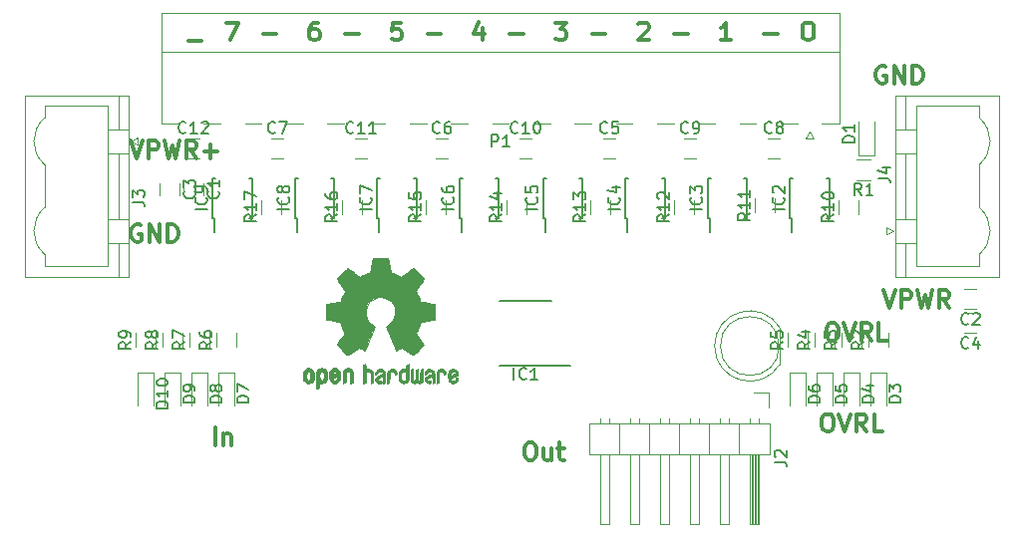
<source format=gbr>
G04 #@! TF.FileFunction,Legend,Top*
%FSLAX46Y46*%
G04 Gerber Fmt 4.6, Leading zero omitted, Abs format (unit mm)*
G04 Created by KiCad (PCBNEW 4.0.5+dfsg1-4) date Sun Jun 18 22:39:19 2017*
%MOMM*%
%LPD*%
G01*
G04 APERTURE LIST*
%ADD10C,0.100000*%
%ADD11C,0.300000*%
%ADD12C,0.120000*%
%ADD13C,0.150000*%
%ADD14C,0.010000*%
G04 APERTURE END LIST*
D10*
D11*
X30289572Y-17633143D02*
X31432429Y-17633143D01*
X33536001Y-16069571D02*
X34536001Y-16069571D01*
X33893144Y-17569571D01*
X41306715Y-16069571D02*
X41021001Y-16069571D01*
X40878144Y-16141000D01*
X40806715Y-16212429D01*
X40663858Y-16426714D01*
X40592429Y-16712429D01*
X40592429Y-17283857D01*
X40663858Y-17426714D01*
X40735286Y-17498143D01*
X40878144Y-17569571D01*
X41163858Y-17569571D01*
X41306715Y-17498143D01*
X41378144Y-17426714D01*
X41449572Y-17283857D01*
X41449572Y-16926714D01*
X41378144Y-16783857D01*
X41306715Y-16712429D01*
X41163858Y-16641000D01*
X40878144Y-16641000D01*
X40735286Y-16712429D01*
X40663858Y-16783857D01*
X40592429Y-16926714D01*
X48363144Y-16069571D02*
X47648858Y-16069571D01*
X47577429Y-16783857D01*
X47648858Y-16712429D01*
X47791715Y-16641000D01*
X48148858Y-16641000D01*
X48291715Y-16712429D01*
X48363144Y-16783857D01*
X48434572Y-16926714D01*
X48434572Y-17283857D01*
X48363144Y-17426714D01*
X48291715Y-17498143D01*
X48148858Y-17569571D01*
X47791715Y-17569571D01*
X47648858Y-17498143D01*
X47577429Y-17426714D01*
X55276715Y-16569571D02*
X55276715Y-17569571D01*
X54919572Y-15998143D02*
X54562429Y-17069571D01*
X55491001Y-17069571D01*
X61476001Y-16069571D02*
X62404572Y-16069571D01*
X61904572Y-16641000D01*
X62118858Y-16641000D01*
X62261715Y-16712429D01*
X62333144Y-16783857D01*
X62404572Y-16926714D01*
X62404572Y-17283857D01*
X62333144Y-17426714D01*
X62261715Y-17498143D01*
X62118858Y-17569571D01*
X61690286Y-17569571D01*
X61547429Y-17498143D01*
X61476001Y-17426714D01*
X68532429Y-16212429D02*
X68603858Y-16141000D01*
X68746715Y-16069571D01*
X69103858Y-16069571D01*
X69246715Y-16141000D01*
X69318144Y-16212429D01*
X69389572Y-16355286D01*
X69389572Y-16498143D01*
X69318144Y-16712429D01*
X68461001Y-17569571D01*
X69389572Y-17569571D01*
X76374572Y-17569571D02*
X75517429Y-17569571D01*
X75946001Y-17569571D02*
X75946001Y-16069571D01*
X75803144Y-16283857D01*
X75660286Y-16426714D01*
X75517429Y-16498143D01*
X82788143Y-16069571D02*
X83073857Y-16069571D01*
X83216715Y-16141000D01*
X83359572Y-16283857D01*
X83431000Y-16569571D01*
X83431000Y-17069571D01*
X83359572Y-17355286D01*
X83216715Y-17498143D01*
X83073857Y-17569571D01*
X82788143Y-17569571D01*
X82645286Y-17498143D01*
X82502429Y-17355286D01*
X82431000Y-17069571D01*
X82431000Y-16569571D01*
X82502429Y-16283857D01*
X82645286Y-16141000D01*
X82788143Y-16069571D01*
X79184572Y-16998143D02*
X80327429Y-16998143D01*
X71564572Y-16998143D02*
X72707429Y-16998143D01*
X64579572Y-16998143D02*
X65722429Y-16998143D01*
X57594572Y-16998143D02*
X58737429Y-16998143D01*
X50609572Y-16998143D02*
X51752429Y-16998143D01*
X43624572Y-16998143D02*
X44767429Y-16998143D01*
X36639572Y-16998143D02*
X37782429Y-16998143D01*
X84852143Y-41596571D02*
X85137857Y-41596571D01*
X85280715Y-41668000D01*
X85423572Y-41810857D01*
X85495000Y-42096571D01*
X85495000Y-42596571D01*
X85423572Y-42882286D01*
X85280715Y-43025143D01*
X85137857Y-43096571D01*
X84852143Y-43096571D01*
X84709286Y-43025143D01*
X84566429Y-42882286D01*
X84495000Y-42596571D01*
X84495000Y-42096571D01*
X84566429Y-41810857D01*
X84709286Y-41668000D01*
X84852143Y-41596571D01*
X85923572Y-41596571D02*
X86423572Y-43096571D01*
X86923572Y-41596571D01*
X88280715Y-43096571D02*
X87780715Y-42382286D01*
X87423572Y-43096571D02*
X87423572Y-41596571D01*
X87995000Y-41596571D01*
X88137858Y-41668000D01*
X88209286Y-41739429D01*
X88280715Y-41882286D01*
X88280715Y-42096571D01*
X88209286Y-42239429D01*
X88137858Y-42310857D01*
X87995000Y-42382286D01*
X87423572Y-42382286D01*
X89637858Y-43096571D02*
X88923572Y-43096571D01*
X88923572Y-41596571D01*
X84471143Y-49343571D02*
X84756857Y-49343571D01*
X84899715Y-49415000D01*
X85042572Y-49557857D01*
X85114000Y-49843571D01*
X85114000Y-50343571D01*
X85042572Y-50629286D01*
X84899715Y-50772143D01*
X84756857Y-50843571D01*
X84471143Y-50843571D01*
X84328286Y-50772143D01*
X84185429Y-50629286D01*
X84114000Y-50343571D01*
X84114000Y-49843571D01*
X84185429Y-49557857D01*
X84328286Y-49415000D01*
X84471143Y-49343571D01*
X85542572Y-49343571D02*
X86042572Y-50843571D01*
X86542572Y-49343571D01*
X87899715Y-50843571D02*
X87399715Y-50129286D01*
X87042572Y-50843571D02*
X87042572Y-49343571D01*
X87614000Y-49343571D01*
X87756858Y-49415000D01*
X87828286Y-49486429D01*
X87899715Y-49629286D01*
X87899715Y-49843571D01*
X87828286Y-49986429D01*
X87756858Y-50057857D01*
X87614000Y-50129286D01*
X87042572Y-50129286D01*
X89256858Y-50843571D02*
X88542572Y-50843571D01*
X88542572Y-49343571D01*
X89344857Y-38802571D02*
X89844857Y-40302571D01*
X90344857Y-38802571D01*
X90844857Y-40302571D02*
X90844857Y-38802571D01*
X91416285Y-38802571D01*
X91559143Y-38874000D01*
X91630571Y-38945429D01*
X91702000Y-39088286D01*
X91702000Y-39302571D01*
X91630571Y-39445429D01*
X91559143Y-39516857D01*
X91416285Y-39588286D01*
X90844857Y-39588286D01*
X92202000Y-38802571D02*
X92559143Y-40302571D01*
X92844857Y-39231143D01*
X93130571Y-40302571D01*
X93487714Y-38802571D01*
X94916286Y-40302571D02*
X94416286Y-39588286D01*
X94059143Y-40302571D02*
X94059143Y-38802571D01*
X94630571Y-38802571D01*
X94773429Y-38874000D01*
X94844857Y-38945429D01*
X94916286Y-39088286D01*
X94916286Y-39302571D01*
X94844857Y-39445429D01*
X94773429Y-39516857D01*
X94630571Y-39588286D01*
X94059143Y-39588286D01*
X89535143Y-19824000D02*
X89392286Y-19752571D01*
X89178000Y-19752571D01*
X88963715Y-19824000D01*
X88820857Y-19966857D01*
X88749429Y-20109714D01*
X88678000Y-20395429D01*
X88678000Y-20609714D01*
X88749429Y-20895429D01*
X88820857Y-21038286D01*
X88963715Y-21181143D01*
X89178000Y-21252571D01*
X89320857Y-21252571D01*
X89535143Y-21181143D01*
X89606572Y-21109714D01*
X89606572Y-20609714D01*
X89320857Y-20609714D01*
X90249429Y-21252571D02*
X90249429Y-19752571D01*
X91106572Y-21252571D01*
X91106572Y-19752571D01*
X91820858Y-21252571D02*
X91820858Y-19752571D01*
X92178001Y-19752571D01*
X92392286Y-19824000D01*
X92535144Y-19966857D01*
X92606572Y-20109714D01*
X92678001Y-20395429D01*
X92678001Y-20609714D01*
X92606572Y-20895429D01*
X92535144Y-21038286D01*
X92392286Y-21181143D01*
X92178001Y-21252571D01*
X91820858Y-21252571D01*
X25424286Y-26102571D02*
X25924286Y-27602571D01*
X26424286Y-26102571D01*
X26924286Y-27602571D02*
X26924286Y-26102571D01*
X27495714Y-26102571D01*
X27638572Y-26174000D01*
X27710000Y-26245429D01*
X27781429Y-26388286D01*
X27781429Y-26602571D01*
X27710000Y-26745429D01*
X27638572Y-26816857D01*
X27495714Y-26888286D01*
X26924286Y-26888286D01*
X28281429Y-26102571D02*
X28638572Y-27602571D01*
X28924286Y-26531143D01*
X29210000Y-27602571D01*
X29567143Y-26102571D01*
X30995715Y-27602571D02*
X30495715Y-26888286D01*
X30138572Y-27602571D02*
X30138572Y-26102571D01*
X30710000Y-26102571D01*
X30852858Y-26174000D01*
X30924286Y-26245429D01*
X30995715Y-26388286D01*
X30995715Y-26602571D01*
X30924286Y-26745429D01*
X30852858Y-26816857D01*
X30710000Y-26888286D01*
X30138572Y-26888286D01*
X31638572Y-27031143D02*
X32781429Y-27031143D01*
X32210000Y-27602571D02*
X32210000Y-26459714D01*
X26289143Y-33286000D02*
X26146286Y-33214571D01*
X25932000Y-33214571D01*
X25717715Y-33286000D01*
X25574857Y-33428857D01*
X25503429Y-33571714D01*
X25432000Y-33857429D01*
X25432000Y-34071714D01*
X25503429Y-34357429D01*
X25574857Y-34500286D01*
X25717715Y-34643143D01*
X25932000Y-34714571D01*
X26074857Y-34714571D01*
X26289143Y-34643143D01*
X26360572Y-34571714D01*
X26360572Y-34071714D01*
X26074857Y-34071714D01*
X27003429Y-34714571D02*
X27003429Y-33214571D01*
X27860572Y-34714571D01*
X27860572Y-33214571D01*
X28574858Y-34714571D02*
X28574858Y-33214571D01*
X28932001Y-33214571D01*
X29146286Y-33286000D01*
X29289144Y-33428857D01*
X29360572Y-33571714D01*
X29432001Y-33857429D01*
X29432001Y-34071714D01*
X29360572Y-34357429D01*
X29289144Y-34500286D01*
X29146286Y-34643143D01*
X28932001Y-34714571D01*
X28574858Y-34714571D01*
X59202000Y-51756571D02*
X59487714Y-51756571D01*
X59630572Y-51828000D01*
X59773429Y-51970857D01*
X59844857Y-52256571D01*
X59844857Y-52756571D01*
X59773429Y-53042286D01*
X59630572Y-53185143D01*
X59487714Y-53256571D01*
X59202000Y-53256571D01*
X59059143Y-53185143D01*
X58916286Y-53042286D01*
X58844857Y-52756571D01*
X58844857Y-52256571D01*
X58916286Y-51970857D01*
X59059143Y-51828000D01*
X59202000Y-51756571D01*
X61130572Y-52256571D02*
X61130572Y-53256571D01*
X60487715Y-52256571D02*
X60487715Y-53042286D01*
X60559143Y-53185143D01*
X60702001Y-53256571D01*
X60916286Y-53256571D01*
X61059143Y-53185143D01*
X61130572Y-53113714D01*
X61630572Y-52256571D02*
X62202001Y-52256571D01*
X61844858Y-51756571D02*
X61844858Y-53042286D01*
X61916286Y-53185143D01*
X62059144Y-53256571D01*
X62202001Y-53256571D01*
X32595429Y-51986571D02*
X32595429Y-50486571D01*
X33309715Y-50986571D02*
X33309715Y-51986571D01*
X33309715Y-51129429D02*
X33381143Y-51058000D01*
X33524001Y-50986571D01*
X33738286Y-50986571D01*
X33881143Y-51058000D01*
X33952572Y-51200857D01*
X33952572Y-51986571D01*
D12*
X85588000Y-24648000D02*
X85588000Y-15288000D01*
X85588000Y-15288000D02*
X28028000Y-15288000D01*
X28028000Y-15288000D02*
X28028000Y-24648000D01*
X85588000Y-24648000D02*
X84108000Y-24648000D01*
X28028000Y-24648000D02*
X29508000Y-24648000D01*
X82008000Y-24648000D02*
X80608000Y-24648000D01*
X78508000Y-24648000D02*
X77108000Y-24648000D01*
X75008000Y-24648000D02*
X73608000Y-24648000D01*
X71508000Y-24648000D02*
X70108000Y-24648000D01*
X68008000Y-24648000D02*
X66608000Y-24648000D01*
X64508000Y-24648000D02*
X63108000Y-24648000D01*
X61008000Y-24648000D02*
X59608000Y-24648000D01*
X57508000Y-24648000D02*
X56108000Y-24648000D01*
X54008000Y-24648000D02*
X52608000Y-24648000D01*
X50508000Y-24648000D02*
X49108000Y-24648000D01*
X47008000Y-24648000D02*
X45608000Y-24648000D01*
X43508000Y-24648000D02*
X42108000Y-24648000D01*
X40008000Y-24648000D02*
X38608000Y-24648000D01*
X36508000Y-24648000D02*
X35108000Y-24648000D01*
X33008000Y-24648000D02*
X31608000Y-24648000D01*
X85588000Y-18568000D02*
X28028000Y-18568000D01*
X82758000Y-25968000D02*
X83058000Y-25368000D01*
X83058000Y-25368000D02*
X83358000Y-25968000D01*
X83358000Y-25968000D02*
X82758000Y-25968000D01*
D13*
X61128000Y-39693000D02*
X56728000Y-39693000D01*
X62703000Y-45218000D02*
X56728000Y-45218000D01*
X67413000Y-32663000D02*
X67588000Y-32663000D01*
X67413000Y-29313000D02*
X67663000Y-29313000D01*
X70763000Y-29313000D02*
X70513000Y-29313000D01*
X70763000Y-32663000D02*
X70513000Y-32663000D01*
X67413000Y-32663000D02*
X67413000Y-29313000D01*
X70763000Y-32663000D02*
X70763000Y-29313000D01*
X67588000Y-32663000D02*
X67588000Y-33913000D01*
X60428000Y-32663000D02*
X60603000Y-32663000D01*
X60428000Y-29313000D02*
X60678000Y-29313000D01*
X63778000Y-29313000D02*
X63528000Y-29313000D01*
X63778000Y-32663000D02*
X63528000Y-32663000D01*
X60428000Y-32663000D02*
X60428000Y-29313000D01*
X63778000Y-32663000D02*
X63778000Y-29313000D01*
X60603000Y-32663000D02*
X60603000Y-33913000D01*
X53316000Y-32663000D02*
X53491000Y-32663000D01*
X53316000Y-29313000D02*
X53566000Y-29313000D01*
X56666000Y-29313000D02*
X56416000Y-29313000D01*
X56666000Y-32663000D02*
X56416000Y-32663000D01*
X53316000Y-32663000D02*
X53316000Y-29313000D01*
X56666000Y-32663000D02*
X56666000Y-29313000D01*
X53491000Y-32663000D02*
X53491000Y-33913000D01*
X46331000Y-32663000D02*
X46506000Y-32663000D01*
X46331000Y-29313000D02*
X46581000Y-29313000D01*
X49681000Y-29313000D02*
X49431000Y-29313000D01*
X49681000Y-32663000D02*
X49431000Y-32663000D01*
X46331000Y-32663000D02*
X46331000Y-29313000D01*
X49681000Y-32663000D02*
X49681000Y-29313000D01*
X46506000Y-32663000D02*
X46506000Y-33913000D01*
X39346000Y-32663000D02*
X39521000Y-32663000D01*
X39346000Y-29313000D02*
X39596000Y-29313000D01*
X42696000Y-29313000D02*
X42446000Y-29313000D01*
X42696000Y-32663000D02*
X42446000Y-32663000D01*
X39346000Y-32663000D02*
X39346000Y-29313000D01*
X42696000Y-32663000D02*
X42696000Y-29313000D01*
X39521000Y-32663000D02*
X39521000Y-33913000D01*
X32361000Y-32663000D02*
X32536000Y-32663000D01*
X32361000Y-29313000D02*
X32611000Y-29313000D01*
X35711000Y-29313000D02*
X35461000Y-29313000D01*
X35711000Y-32663000D02*
X35461000Y-32663000D01*
X32361000Y-32663000D02*
X32361000Y-29313000D01*
X35711000Y-32663000D02*
X35711000Y-29313000D01*
X32536000Y-32663000D02*
X32536000Y-33913000D01*
X81383000Y-32663000D02*
X81558000Y-32663000D01*
X81383000Y-29313000D02*
X81633000Y-29313000D01*
X84733000Y-29313000D02*
X84483000Y-29313000D01*
X84733000Y-32663000D02*
X84483000Y-32663000D01*
X81383000Y-32663000D02*
X81383000Y-29313000D01*
X84733000Y-32663000D02*
X84733000Y-29313000D01*
X81558000Y-32663000D02*
X81558000Y-33913000D01*
X74398000Y-32663000D02*
X74573000Y-32663000D01*
X74398000Y-29313000D02*
X74648000Y-29313000D01*
X77748000Y-29313000D02*
X77498000Y-29313000D01*
X77748000Y-32663000D02*
X77498000Y-32663000D01*
X74398000Y-32663000D02*
X74398000Y-29313000D01*
X77748000Y-32663000D02*
X77748000Y-29313000D01*
X74573000Y-32663000D02*
X74573000Y-33913000D01*
D12*
X79689000Y-50108000D02*
X77089000Y-50108000D01*
X77089000Y-50108000D02*
X77089000Y-52728000D01*
X77089000Y-52728000D02*
X79689000Y-52728000D01*
X79689000Y-52728000D02*
X79689000Y-50108000D01*
X78739000Y-52728000D02*
X77979000Y-52728000D01*
X77979000Y-52728000D02*
X77979000Y-58728000D01*
X77979000Y-58728000D02*
X78739000Y-58728000D01*
X78739000Y-58728000D02*
X78739000Y-52728000D01*
X78739000Y-49678000D02*
X78739000Y-50108000D01*
X77979000Y-49678000D02*
X77979000Y-50108000D01*
X78619000Y-52728000D02*
X78619000Y-58728000D01*
X78499000Y-52728000D02*
X78499000Y-58728000D01*
X78379000Y-52728000D02*
X78379000Y-58728000D01*
X78259000Y-52728000D02*
X78259000Y-58728000D01*
X78139000Y-52728000D02*
X78139000Y-58728000D01*
X78019000Y-52728000D02*
X78019000Y-58728000D01*
X77089000Y-50108000D02*
X74549000Y-50108000D01*
X74549000Y-50108000D02*
X74549000Y-52728000D01*
X74549000Y-52728000D02*
X77089000Y-52728000D01*
X77089000Y-52728000D02*
X77089000Y-50108000D01*
X76199000Y-52728000D02*
X75439000Y-52728000D01*
X75439000Y-52728000D02*
X75439000Y-58728000D01*
X75439000Y-58728000D02*
X76199000Y-58728000D01*
X76199000Y-58728000D02*
X76199000Y-52728000D01*
X76199000Y-49678000D02*
X76199000Y-50108000D01*
X75439000Y-49678000D02*
X75439000Y-50108000D01*
X74549000Y-50108000D02*
X72009000Y-50108000D01*
X72009000Y-50108000D02*
X72009000Y-52728000D01*
X72009000Y-52728000D02*
X74549000Y-52728000D01*
X74549000Y-52728000D02*
X74549000Y-50108000D01*
X73659000Y-52728000D02*
X72899000Y-52728000D01*
X72899000Y-52728000D02*
X72899000Y-58728000D01*
X72899000Y-58728000D02*
X73659000Y-58728000D01*
X73659000Y-58728000D02*
X73659000Y-52728000D01*
X73659000Y-49678000D02*
X73659000Y-50108000D01*
X72899000Y-49678000D02*
X72899000Y-50108000D01*
X72009000Y-50108000D02*
X69469000Y-50108000D01*
X69469000Y-50108000D02*
X69469000Y-52728000D01*
X69469000Y-52728000D02*
X72009000Y-52728000D01*
X72009000Y-52728000D02*
X72009000Y-50108000D01*
X71119000Y-52728000D02*
X70359000Y-52728000D01*
X70359000Y-52728000D02*
X70359000Y-58728000D01*
X70359000Y-58728000D02*
X71119000Y-58728000D01*
X71119000Y-58728000D02*
X71119000Y-52728000D01*
X71119000Y-49678000D02*
X71119000Y-50108000D01*
X70359000Y-49678000D02*
X70359000Y-50108000D01*
X69469000Y-50108000D02*
X66929000Y-50108000D01*
X66929000Y-50108000D02*
X66929000Y-52728000D01*
X66929000Y-52728000D02*
X69469000Y-52728000D01*
X69469000Y-52728000D02*
X69469000Y-50108000D01*
X68579000Y-52728000D02*
X67819000Y-52728000D01*
X67819000Y-52728000D02*
X67819000Y-58728000D01*
X67819000Y-58728000D02*
X68579000Y-58728000D01*
X68579000Y-58728000D02*
X68579000Y-52728000D01*
X68579000Y-49678000D02*
X68579000Y-50108000D01*
X67819000Y-49678000D02*
X67819000Y-50108000D01*
X66929000Y-50108000D02*
X64329000Y-50108000D01*
X64329000Y-50108000D02*
X64329000Y-52728000D01*
X64329000Y-52728000D02*
X66929000Y-52728000D01*
X66929000Y-52728000D02*
X66929000Y-50108000D01*
X66039000Y-52728000D02*
X65279000Y-52728000D01*
X65279000Y-52728000D02*
X65279000Y-58728000D01*
X65279000Y-58728000D02*
X66039000Y-58728000D01*
X66039000Y-58728000D02*
X66039000Y-52728000D01*
X66039000Y-49678000D02*
X66039000Y-50108000D01*
X65279000Y-49678000D02*
X65279000Y-50108000D01*
X78359000Y-47498000D02*
X79629000Y-47498000D01*
X79629000Y-47498000D02*
X79629000Y-48768000D01*
X18104179Y-28148841D02*
G75*
G02X18120000Y-24162000I1665821J1986841D01*
G01*
X18104179Y-35768841D02*
G75*
G02X18120000Y-31782000I1665821J1986841D01*
G01*
X25200000Y-22272000D02*
X16440000Y-22272000D01*
X16440000Y-22272000D02*
X16440000Y-37672000D01*
X16440000Y-37672000D02*
X25200000Y-37672000D01*
X25200000Y-37672000D02*
X25200000Y-22272000D01*
X24420000Y-22272000D02*
X24420000Y-25082000D01*
X24420000Y-37672000D02*
X24420000Y-34862000D01*
X24420000Y-27162000D02*
X24420000Y-32782000D01*
X23420000Y-25162000D02*
X25200000Y-25162000D01*
X25200000Y-25162000D02*
X25200000Y-27162000D01*
X25200000Y-27162000D02*
X23420000Y-27162000D01*
X23420000Y-27162000D02*
X23420000Y-25162000D01*
X23420000Y-32782000D02*
X25200000Y-32782000D01*
X25200000Y-32782000D02*
X25200000Y-34782000D01*
X25200000Y-34782000D02*
X23420000Y-34782000D01*
X23420000Y-34782000D02*
X23420000Y-32782000D01*
X18120000Y-28162000D02*
X18120000Y-31782000D01*
X18120000Y-24162000D02*
X18120000Y-23152000D01*
X18120000Y-23152000D02*
X23420000Y-23152000D01*
X23420000Y-23152000D02*
X23420000Y-36792000D01*
X23420000Y-36792000D02*
X18120000Y-36792000D01*
X18120000Y-36792000D02*
X18120000Y-35782000D01*
X26000000Y-26462000D02*
X25400000Y-26162000D01*
X25400000Y-26162000D02*
X26000000Y-25862000D01*
X26000000Y-25862000D02*
X26000000Y-26462000D01*
X97465821Y-31795159D02*
G75*
G02X97450000Y-35782000I-1665821J-1986841D01*
G01*
X97465821Y-24175159D02*
G75*
G02X97450000Y-28162000I-1665821J-1986841D01*
G01*
X90370000Y-37672000D02*
X99130000Y-37672000D01*
X99130000Y-37672000D02*
X99130000Y-22272000D01*
X99130000Y-22272000D02*
X90370000Y-22272000D01*
X90370000Y-22272000D02*
X90370000Y-37672000D01*
X91150000Y-37672000D02*
X91150000Y-34862000D01*
X91150000Y-22272000D02*
X91150000Y-25082000D01*
X91150000Y-32782000D02*
X91150000Y-27162000D01*
X92150000Y-34782000D02*
X90370000Y-34782000D01*
X90370000Y-34782000D02*
X90370000Y-32782000D01*
X90370000Y-32782000D02*
X92150000Y-32782000D01*
X92150000Y-32782000D02*
X92150000Y-34782000D01*
X92150000Y-27162000D02*
X90370000Y-27162000D01*
X90370000Y-27162000D02*
X90370000Y-25162000D01*
X90370000Y-25162000D02*
X92150000Y-25162000D01*
X92150000Y-25162000D02*
X92150000Y-27162000D01*
X97450000Y-31782000D02*
X97450000Y-28162000D01*
X97450000Y-35782000D02*
X97450000Y-36792000D01*
X97450000Y-36792000D02*
X92150000Y-36792000D01*
X92150000Y-36792000D02*
X92150000Y-23152000D01*
X92150000Y-23152000D02*
X97450000Y-23152000D01*
X97450000Y-23152000D02*
X97450000Y-24162000D01*
X89570000Y-33482000D02*
X90170000Y-33782000D01*
X90170000Y-33782000D02*
X89570000Y-34082000D01*
X89570000Y-34082000D02*
X89570000Y-33482000D01*
X87184000Y-27327000D02*
X88584000Y-27327000D01*
X88584000Y-27327000D02*
X88584000Y-24527000D01*
X87184000Y-27327000D02*
X87184000Y-24527000D01*
X74988000Y-43560538D02*
G75*
G03X80538000Y-45105830I2990000J-462D01*
G01*
X74988000Y-43561462D02*
G75*
G02X80538000Y-42016170I2990000J462D01*
G01*
X80478000Y-43561000D02*
G75*
G03X80478000Y-43561000I-2500000J0D01*
G01*
X80538000Y-45106000D02*
X80538000Y-42016000D01*
X87030000Y-27695000D02*
X88230000Y-27695000D01*
X88230000Y-29455000D02*
X87030000Y-29455000D01*
D14*
G36*
X41780900Y-45454403D02*
X41892450Y-45510022D01*
X41990908Y-45612431D01*
X42018023Y-45650364D01*
X42047562Y-45700000D01*
X42066728Y-45753912D01*
X42077693Y-45825864D01*
X42082629Y-45929622D01*
X42083713Y-46066601D01*
X42078818Y-46254315D01*
X42061804Y-46395258D01*
X42029177Y-46500408D01*
X41977442Y-46580743D01*
X41903104Y-46647241D01*
X41897642Y-46651178D01*
X41824380Y-46691453D01*
X41736160Y-46711380D01*
X41623962Y-46716293D01*
X41441567Y-46716293D01*
X41441491Y-46893357D01*
X41439793Y-46991970D01*
X41429450Y-47049814D01*
X41402422Y-47084506D01*
X41350668Y-47113664D01*
X41338239Y-47119621D01*
X41280077Y-47147539D01*
X41235044Y-47165172D01*
X41201559Y-47166694D01*
X41178038Y-47146281D01*
X41162900Y-47098107D01*
X41154563Y-47016346D01*
X41151444Y-46895172D01*
X41151960Y-46728760D01*
X41154529Y-46511285D01*
X41155332Y-46446236D01*
X41158222Y-46222002D01*
X41160812Y-46075321D01*
X41441414Y-46075321D01*
X41442991Y-46199826D01*
X41450000Y-46281287D01*
X41465858Y-46335015D01*
X41493981Y-46376323D01*
X41513075Y-46396471D01*
X41591135Y-46455421D01*
X41660247Y-46460220D01*
X41731560Y-46411538D01*
X41733368Y-46409741D01*
X41762383Y-46372118D01*
X41780033Y-46320984D01*
X41788936Y-46242238D01*
X41791709Y-46121776D01*
X41791759Y-46095088D01*
X41785058Y-45929083D01*
X41763248Y-45814005D01*
X41723765Y-45743754D01*
X41664044Y-45712229D01*
X41629528Y-45709052D01*
X41547611Y-45723960D01*
X41491421Y-45773048D01*
X41457598Y-45862862D01*
X41442780Y-45999945D01*
X41441414Y-46075321D01*
X41160812Y-46075321D01*
X41161287Y-46048452D01*
X41165247Y-45917882D01*
X41170826Y-45822587D01*
X41178746Y-45754864D01*
X41189731Y-45707007D01*
X41204501Y-45671313D01*
X41223782Y-45640078D01*
X41232049Y-45628324D01*
X41341712Y-45517297D01*
X41480365Y-45454347D01*
X41640754Y-45436797D01*
X41780900Y-45454403D01*
X41780900Y-45454403D01*
G37*
X41780900Y-45454403D02*
X41892450Y-45510022D01*
X41990908Y-45612431D01*
X42018023Y-45650364D01*
X42047562Y-45700000D01*
X42066728Y-45753912D01*
X42077693Y-45825864D01*
X42082629Y-45929622D01*
X42083713Y-46066601D01*
X42078818Y-46254315D01*
X42061804Y-46395258D01*
X42029177Y-46500408D01*
X41977442Y-46580743D01*
X41903104Y-46647241D01*
X41897642Y-46651178D01*
X41824380Y-46691453D01*
X41736160Y-46711380D01*
X41623962Y-46716293D01*
X41441567Y-46716293D01*
X41441491Y-46893357D01*
X41439793Y-46991970D01*
X41429450Y-47049814D01*
X41402422Y-47084506D01*
X41350668Y-47113664D01*
X41338239Y-47119621D01*
X41280077Y-47147539D01*
X41235044Y-47165172D01*
X41201559Y-47166694D01*
X41178038Y-47146281D01*
X41162900Y-47098107D01*
X41154563Y-47016346D01*
X41151444Y-46895172D01*
X41151960Y-46728760D01*
X41154529Y-46511285D01*
X41155332Y-46446236D01*
X41158222Y-46222002D01*
X41160812Y-46075321D01*
X41441414Y-46075321D01*
X41442991Y-46199826D01*
X41450000Y-46281287D01*
X41465858Y-46335015D01*
X41493981Y-46376323D01*
X41513075Y-46396471D01*
X41591135Y-46455421D01*
X41660247Y-46460220D01*
X41731560Y-46411538D01*
X41733368Y-46409741D01*
X41762383Y-46372118D01*
X41780033Y-46320984D01*
X41788936Y-46242238D01*
X41791709Y-46121776D01*
X41791759Y-46095088D01*
X41785058Y-45929083D01*
X41763248Y-45814005D01*
X41723765Y-45743754D01*
X41664044Y-45712229D01*
X41629528Y-45709052D01*
X41547611Y-45723960D01*
X41491421Y-45773048D01*
X41457598Y-45862862D01*
X41442780Y-45999945D01*
X41441414Y-46075321D01*
X41160812Y-46075321D01*
X41161287Y-46048452D01*
X41165247Y-45917882D01*
X41170826Y-45822587D01*
X41178746Y-45754864D01*
X41189731Y-45707007D01*
X41204501Y-45671313D01*
X41223782Y-45640078D01*
X41232049Y-45628324D01*
X41341712Y-45517297D01*
X41480365Y-45454347D01*
X41640754Y-45436797D01*
X41780900Y-45454403D01*
G36*
X44026429Y-45470219D02*
X44120123Y-45524414D01*
X44185264Y-45578207D01*
X44232907Y-45634566D01*
X44265728Y-45703487D01*
X44286406Y-45794968D01*
X44297620Y-45919006D01*
X44302049Y-46085598D01*
X44302563Y-46205351D01*
X44302563Y-46646159D01*
X44178483Y-46701783D01*
X44054402Y-46757407D01*
X44039805Y-46274595D01*
X44033773Y-46094279D01*
X44027445Y-45963401D01*
X44019606Y-45873011D01*
X44009037Y-45814164D01*
X43994523Y-45777913D01*
X43974848Y-45755310D01*
X43968535Y-45750417D01*
X43872888Y-45712206D01*
X43776207Y-45727327D01*
X43718655Y-45767443D01*
X43695245Y-45795870D01*
X43679039Y-45833172D01*
X43668741Y-45889723D01*
X43663049Y-45975894D01*
X43660664Y-46102058D01*
X43660264Y-46233542D01*
X43660186Y-46398499D01*
X43657361Y-46515261D01*
X43647907Y-46594010D01*
X43627940Y-46644931D01*
X43593576Y-46678206D01*
X43540932Y-46704020D01*
X43470617Y-46730844D01*
X43393820Y-46760042D01*
X43402962Y-46241846D01*
X43406643Y-46055039D01*
X43410950Y-45916990D01*
X43417123Y-45818068D01*
X43426402Y-45748645D01*
X43440027Y-45699090D01*
X43459239Y-45659773D01*
X43482402Y-45625084D01*
X43594152Y-45514270D01*
X43730513Y-45450189D01*
X43878825Y-45434839D01*
X44026429Y-45470219D01*
X44026429Y-45470219D01*
G37*
X44026429Y-45470219D02*
X44120123Y-45524414D01*
X44185264Y-45578207D01*
X44232907Y-45634566D01*
X44265728Y-45703487D01*
X44286406Y-45794968D01*
X44297620Y-45919006D01*
X44302049Y-46085598D01*
X44302563Y-46205351D01*
X44302563Y-46646159D01*
X44178483Y-46701783D01*
X44054402Y-46757407D01*
X44039805Y-46274595D01*
X44033773Y-46094279D01*
X44027445Y-45963401D01*
X44019606Y-45873011D01*
X44009037Y-45814164D01*
X43994523Y-45777913D01*
X43974848Y-45755310D01*
X43968535Y-45750417D01*
X43872888Y-45712206D01*
X43776207Y-45727327D01*
X43718655Y-45767443D01*
X43695245Y-45795870D01*
X43679039Y-45833172D01*
X43668741Y-45889723D01*
X43663049Y-45975894D01*
X43660664Y-46102058D01*
X43660264Y-46233542D01*
X43660186Y-46398499D01*
X43657361Y-46515261D01*
X43647907Y-46594010D01*
X43627940Y-46644931D01*
X43593576Y-46678206D01*
X43540932Y-46704020D01*
X43470617Y-46730844D01*
X43393820Y-46760042D01*
X43402962Y-46241846D01*
X43406643Y-46055039D01*
X43410950Y-45916990D01*
X43417123Y-45818068D01*
X43426402Y-45748645D01*
X43440027Y-45699090D01*
X43459239Y-45659773D01*
X43482402Y-45625084D01*
X43594152Y-45514270D01*
X43730513Y-45450189D01*
X43878825Y-45434839D01*
X44026429Y-45470219D01*
G36*
X40657221Y-45458515D02*
X40794061Y-45530468D01*
X40895051Y-45646266D01*
X40930925Y-45720713D01*
X40958839Y-45832492D01*
X40973129Y-45973727D01*
X40974484Y-46127871D01*
X40963595Y-46278379D01*
X40941153Y-46408705D01*
X40907850Y-46502303D01*
X40897615Y-46518422D01*
X40776382Y-46638749D01*
X40632387Y-46710817D01*
X40476139Y-46731908D01*
X40318148Y-46699302D01*
X40274180Y-46679753D01*
X40188556Y-46619512D01*
X40113408Y-46539635D01*
X40106306Y-46529504D01*
X40077439Y-46480681D01*
X40058357Y-46428490D01*
X40047084Y-46359785D01*
X40041645Y-46261418D01*
X40040062Y-46120244D01*
X40040035Y-46088592D01*
X40040107Y-46078519D01*
X40331989Y-46078519D01*
X40333687Y-46211756D01*
X40340372Y-46300174D01*
X40354425Y-46357285D01*
X40378229Y-46396602D01*
X40390379Y-46409741D01*
X40460236Y-46459672D01*
X40528059Y-46457395D01*
X40596635Y-46414084D01*
X40637535Y-46367846D01*
X40661758Y-46300357D01*
X40675361Y-46193933D01*
X40676294Y-46181520D01*
X40678616Y-45988647D01*
X40654350Y-45845400D01*
X40603824Y-45752660D01*
X40527368Y-45711307D01*
X40500076Y-45709052D01*
X40428411Y-45720393D01*
X40379390Y-45759684D01*
X40349418Y-45834826D01*
X40334899Y-45953722D01*
X40331989Y-46078519D01*
X40040107Y-46078519D01*
X40041122Y-45938159D01*
X40045688Y-45833049D01*
X40055688Y-45760214D01*
X40073079Y-45706608D01*
X40099816Y-45659181D01*
X40105724Y-45650364D01*
X40205032Y-45531507D01*
X40313242Y-45462508D01*
X40444981Y-45435119D01*
X40489717Y-45433781D01*
X40657221Y-45458515D01*
X40657221Y-45458515D01*
G37*
X40657221Y-45458515D02*
X40794061Y-45530468D01*
X40895051Y-45646266D01*
X40930925Y-45720713D01*
X40958839Y-45832492D01*
X40973129Y-45973727D01*
X40974484Y-46127871D01*
X40963595Y-46278379D01*
X40941153Y-46408705D01*
X40907850Y-46502303D01*
X40897615Y-46518422D01*
X40776382Y-46638749D01*
X40632387Y-46710817D01*
X40476139Y-46731908D01*
X40318148Y-46699302D01*
X40274180Y-46679753D01*
X40188556Y-46619512D01*
X40113408Y-46539635D01*
X40106306Y-46529504D01*
X40077439Y-46480681D01*
X40058357Y-46428490D01*
X40047084Y-46359785D01*
X40041645Y-46261418D01*
X40040062Y-46120244D01*
X40040035Y-46088592D01*
X40040107Y-46078519D01*
X40331989Y-46078519D01*
X40333687Y-46211756D01*
X40340372Y-46300174D01*
X40354425Y-46357285D01*
X40378229Y-46396602D01*
X40390379Y-46409741D01*
X40460236Y-46459672D01*
X40528059Y-46457395D01*
X40596635Y-46414084D01*
X40637535Y-46367846D01*
X40661758Y-46300357D01*
X40675361Y-46193933D01*
X40676294Y-46181520D01*
X40678616Y-45988647D01*
X40654350Y-45845400D01*
X40603824Y-45752660D01*
X40527368Y-45711307D01*
X40500076Y-45709052D01*
X40428411Y-45720393D01*
X40379390Y-45759684D01*
X40349418Y-45834826D01*
X40334899Y-45953722D01*
X40331989Y-46078519D01*
X40040107Y-46078519D01*
X40041122Y-45938159D01*
X40045688Y-45833049D01*
X40055688Y-45760214D01*
X40073079Y-45706608D01*
X40099816Y-45659181D01*
X40105724Y-45650364D01*
X40205032Y-45531507D01*
X40313242Y-45462508D01*
X40444981Y-45435119D01*
X40489717Y-45433781D01*
X40657221Y-45458515D01*
G36*
X42924552Y-45477176D02*
X43039658Y-45554611D01*
X43128611Y-45666449D01*
X43181749Y-45808765D01*
X43192497Y-45913515D01*
X43191276Y-45957226D01*
X43181056Y-45990694D01*
X43152961Y-46020679D01*
X43098116Y-46053940D01*
X43007645Y-46097238D01*
X42872672Y-46157333D01*
X42871989Y-46157634D01*
X42747751Y-46214537D01*
X42645873Y-46265065D01*
X42576767Y-46303780D01*
X42550846Y-46325240D01*
X42550839Y-46325413D01*
X42573685Y-46372144D01*
X42627109Y-46423654D01*
X42688442Y-46460761D01*
X42719515Y-46468132D01*
X42804289Y-46442638D01*
X42877293Y-46378791D01*
X42912913Y-46308594D01*
X42947180Y-46256843D01*
X43014303Y-46197909D01*
X43093208Y-46146996D01*
X43162821Y-46119309D01*
X43177377Y-46117787D01*
X43193763Y-46142821D01*
X43194750Y-46206811D01*
X43182708Y-46293093D01*
X43160007Y-46385001D01*
X43129014Y-46465869D01*
X43127448Y-46469009D01*
X43034181Y-46599234D01*
X42913304Y-46687811D01*
X42776027Y-46731286D01*
X42633560Y-46726206D01*
X42497112Y-46669116D01*
X42491045Y-46665102D01*
X42383710Y-46567826D01*
X42313132Y-46440909D01*
X42274074Y-46274026D01*
X42268832Y-46227139D01*
X42259548Y-46005829D01*
X42270678Y-45902624D01*
X42550839Y-45902624D01*
X42554479Y-45967003D01*
X42574389Y-45985791D01*
X42624026Y-45971735D01*
X42702267Y-45938509D01*
X42789726Y-45896859D01*
X42791899Y-45895756D01*
X42866030Y-45856765D01*
X42895781Y-45830744D01*
X42888445Y-45803465D01*
X42857553Y-45767621D01*
X42778960Y-45715751D01*
X42694323Y-45711939D01*
X42618403Y-45749689D01*
X42565965Y-45822501D01*
X42550839Y-45902624D01*
X42270678Y-45902624D01*
X42278644Y-45828761D01*
X42327634Y-45688329D01*
X42395836Y-45589947D01*
X42518935Y-45490530D01*
X42654528Y-45441211D01*
X42792955Y-45438068D01*
X42924552Y-45477176D01*
X42924552Y-45477176D01*
G37*
X42924552Y-45477176D02*
X43039658Y-45554611D01*
X43128611Y-45666449D01*
X43181749Y-45808765D01*
X43192497Y-45913515D01*
X43191276Y-45957226D01*
X43181056Y-45990694D01*
X43152961Y-46020679D01*
X43098116Y-46053940D01*
X43007645Y-46097238D01*
X42872672Y-46157333D01*
X42871989Y-46157634D01*
X42747751Y-46214537D01*
X42645873Y-46265065D01*
X42576767Y-46303780D01*
X42550846Y-46325240D01*
X42550839Y-46325413D01*
X42573685Y-46372144D01*
X42627109Y-46423654D01*
X42688442Y-46460761D01*
X42719515Y-46468132D01*
X42804289Y-46442638D01*
X42877293Y-46378791D01*
X42912913Y-46308594D01*
X42947180Y-46256843D01*
X43014303Y-46197909D01*
X43093208Y-46146996D01*
X43162821Y-46119309D01*
X43177377Y-46117787D01*
X43193763Y-46142821D01*
X43194750Y-46206811D01*
X43182708Y-46293093D01*
X43160007Y-46385001D01*
X43129014Y-46465869D01*
X43127448Y-46469009D01*
X43034181Y-46599234D01*
X42913304Y-46687811D01*
X42776027Y-46731286D01*
X42633560Y-46726206D01*
X42497112Y-46669116D01*
X42491045Y-46665102D01*
X42383710Y-46567826D01*
X42313132Y-46440909D01*
X42274074Y-46274026D01*
X42268832Y-46227139D01*
X42259548Y-46005829D01*
X42270678Y-45902624D01*
X42550839Y-45902624D01*
X42554479Y-45967003D01*
X42574389Y-45985791D01*
X42624026Y-45971735D01*
X42702267Y-45938509D01*
X42789726Y-45896859D01*
X42791899Y-45895756D01*
X42866030Y-45856765D01*
X42895781Y-45830744D01*
X42888445Y-45803465D01*
X42857553Y-45767621D01*
X42778960Y-45715751D01*
X42694323Y-45711939D01*
X42618403Y-45749689D01*
X42565965Y-45822501D01*
X42550839Y-45902624D01*
X42270678Y-45902624D01*
X42278644Y-45828761D01*
X42327634Y-45688329D01*
X42395836Y-45589947D01*
X42518935Y-45490530D01*
X42654528Y-45441211D01*
X42792955Y-45438068D01*
X42924552Y-45477176D01*
G36*
X45353598Y-45316357D02*
X45362154Y-45435688D01*
X45371981Y-45506006D01*
X45385599Y-45536679D01*
X45405527Y-45537071D01*
X45411989Y-45533410D01*
X45497940Y-45506898D01*
X45609745Y-45508446D01*
X45723414Y-45535699D01*
X45794510Y-45570955D01*
X45867405Y-45627278D01*
X45920693Y-45691019D01*
X45957275Y-45772010D01*
X45980050Y-45880086D01*
X45991919Y-46025080D01*
X45995782Y-46216826D01*
X45995851Y-46253609D01*
X45995897Y-46666788D01*
X45903954Y-46698839D01*
X45838652Y-46720644D01*
X45802824Y-46730797D01*
X45801770Y-46730891D01*
X45798242Y-46703360D01*
X45795239Y-46627423D01*
X45792990Y-46513065D01*
X45791724Y-46370269D01*
X45791529Y-46283451D01*
X45791123Y-46112273D01*
X45789032Y-45989588D01*
X45783947Y-45905500D01*
X45774560Y-45850114D01*
X45759561Y-45813532D01*
X45737642Y-45785859D01*
X45723957Y-45772532D01*
X45629949Y-45718828D01*
X45527364Y-45714807D01*
X45434290Y-45760225D01*
X45417078Y-45776623D01*
X45391832Y-45807457D01*
X45374320Y-45844031D01*
X45363142Y-45896915D01*
X45356896Y-45976677D01*
X45354182Y-46093885D01*
X45353598Y-46255491D01*
X45353598Y-46666788D01*
X45261655Y-46698839D01*
X45196353Y-46720644D01*
X45160525Y-46730797D01*
X45159471Y-46730891D01*
X45156775Y-46702948D01*
X45154345Y-46624130D01*
X45152278Y-46501953D01*
X45150671Y-46343932D01*
X45149623Y-46157583D01*
X45149231Y-45950420D01*
X45149230Y-45941206D01*
X45149230Y-45151520D01*
X45244115Y-45111497D01*
X45339000Y-45071473D01*
X45353598Y-45316357D01*
X45353598Y-45316357D01*
G37*
X45353598Y-45316357D02*
X45362154Y-45435688D01*
X45371981Y-45506006D01*
X45385599Y-45536679D01*
X45405527Y-45537071D01*
X45411989Y-45533410D01*
X45497940Y-45506898D01*
X45609745Y-45508446D01*
X45723414Y-45535699D01*
X45794510Y-45570955D01*
X45867405Y-45627278D01*
X45920693Y-45691019D01*
X45957275Y-45772010D01*
X45980050Y-45880086D01*
X45991919Y-46025080D01*
X45995782Y-46216826D01*
X45995851Y-46253609D01*
X45995897Y-46666788D01*
X45903954Y-46698839D01*
X45838652Y-46720644D01*
X45802824Y-46730797D01*
X45801770Y-46730891D01*
X45798242Y-46703360D01*
X45795239Y-46627423D01*
X45792990Y-46513065D01*
X45791724Y-46370269D01*
X45791529Y-46283451D01*
X45791123Y-46112273D01*
X45789032Y-45989588D01*
X45783947Y-45905500D01*
X45774560Y-45850114D01*
X45759561Y-45813532D01*
X45737642Y-45785859D01*
X45723957Y-45772532D01*
X45629949Y-45718828D01*
X45527364Y-45714807D01*
X45434290Y-45760225D01*
X45417078Y-45776623D01*
X45391832Y-45807457D01*
X45374320Y-45844031D01*
X45363142Y-45896915D01*
X45356896Y-45976677D01*
X45354182Y-46093885D01*
X45353598Y-46255491D01*
X45353598Y-46666788D01*
X45261655Y-46698839D01*
X45196353Y-46720644D01*
X45160525Y-46730797D01*
X45159471Y-46730891D01*
X45156775Y-46702948D01*
X45154345Y-46624130D01*
X45152278Y-46501953D01*
X45150671Y-46343932D01*
X45149623Y-46157583D01*
X45149231Y-45950420D01*
X45149230Y-45941206D01*
X45149230Y-45151520D01*
X45244115Y-45111497D01*
X45339000Y-45071473D01*
X45353598Y-45316357D01*
G36*
X46688944Y-45516860D02*
X46803343Y-45559342D01*
X46804652Y-45560158D01*
X46875403Y-45612230D01*
X46927636Y-45673084D01*
X46964371Y-45752387D01*
X46988634Y-45859809D01*
X47003445Y-46005017D01*
X47011829Y-46197679D01*
X47012564Y-46225128D01*
X47023120Y-46639021D01*
X46934291Y-46684956D01*
X46870018Y-46715998D01*
X46831210Y-46730706D01*
X46829415Y-46730891D01*
X46822700Y-46703750D01*
X46817365Y-46630541D01*
X46814083Y-46523581D01*
X46813368Y-46436969D01*
X46813351Y-46296662D01*
X46806937Y-46208551D01*
X46784580Y-46166525D01*
X46736732Y-46164475D01*
X46653849Y-46196290D01*
X46528713Y-46254772D01*
X46436697Y-46303345D01*
X46389371Y-46345486D01*
X46375458Y-46391416D01*
X46375437Y-46393689D01*
X46398395Y-46472811D01*
X46466370Y-46515555D01*
X46570398Y-46521746D01*
X46645330Y-46520672D01*
X46684839Y-46542253D01*
X46709478Y-46594091D01*
X46723659Y-46660132D01*
X46703223Y-46697604D01*
X46695528Y-46702967D01*
X46623083Y-46724506D01*
X46521633Y-46727555D01*
X46417157Y-46713278D01*
X46343125Y-46687188D01*
X46240772Y-46600285D01*
X46182591Y-46479316D01*
X46171069Y-46384808D01*
X46179862Y-46299562D01*
X46211680Y-46229976D01*
X46274684Y-46168172D01*
X46377031Y-46106272D01*
X46526882Y-46036397D01*
X46536012Y-46032448D01*
X46670997Y-45970088D01*
X46754294Y-45918946D01*
X46789997Y-45872988D01*
X46782203Y-45826183D01*
X46735007Y-45772498D01*
X46720894Y-45760144D01*
X46626359Y-45712241D01*
X46528406Y-45714258D01*
X46443097Y-45761224D01*
X46386496Y-45848169D01*
X46381237Y-45865234D01*
X46330023Y-45948004D01*
X46265037Y-45987872D01*
X46171069Y-46027382D01*
X46171069Y-45925158D01*
X46199653Y-45776572D01*
X46284495Y-45640284D01*
X46328645Y-45594691D01*
X46429005Y-45536174D01*
X46556635Y-45509684D01*
X46688944Y-45516860D01*
X46688944Y-45516860D01*
G37*
X46688944Y-45516860D02*
X46803343Y-45559342D01*
X46804652Y-45560158D01*
X46875403Y-45612230D01*
X46927636Y-45673084D01*
X46964371Y-45752387D01*
X46988634Y-45859809D01*
X47003445Y-46005017D01*
X47011829Y-46197679D01*
X47012564Y-46225128D01*
X47023120Y-46639021D01*
X46934291Y-46684956D01*
X46870018Y-46715998D01*
X46831210Y-46730706D01*
X46829415Y-46730891D01*
X46822700Y-46703750D01*
X46817365Y-46630541D01*
X46814083Y-46523581D01*
X46813368Y-46436969D01*
X46813351Y-46296662D01*
X46806937Y-46208551D01*
X46784580Y-46166525D01*
X46736732Y-46164475D01*
X46653849Y-46196290D01*
X46528713Y-46254772D01*
X46436697Y-46303345D01*
X46389371Y-46345486D01*
X46375458Y-46391416D01*
X46375437Y-46393689D01*
X46398395Y-46472811D01*
X46466370Y-46515555D01*
X46570398Y-46521746D01*
X46645330Y-46520672D01*
X46684839Y-46542253D01*
X46709478Y-46594091D01*
X46723659Y-46660132D01*
X46703223Y-46697604D01*
X46695528Y-46702967D01*
X46623083Y-46724506D01*
X46521633Y-46727555D01*
X46417157Y-46713278D01*
X46343125Y-46687188D01*
X46240772Y-46600285D01*
X46182591Y-46479316D01*
X46171069Y-46384808D01*
X46179862Y-46299562D01*
X46211680Y-46229976D01*
X46274684Y-46168172D01*
X46377031Y-46106272D01*
X46526882Y-46036397D01*
X46536012Y-46032448D01*
X46670997Y-45970088D01*
X46754294Y-45918946D01*
X46789997Y-45872988D01*
X46782203Y-45826183D01*
X46735007Y-45772498D01*
X46720894Y-45760144D01*
X46626359Y-45712241D01*
X46528406Y-45714258D01*
X46443097Y-45761224D01*
X46386496Y-45848169D01*
X46381237Y-45865234D01*
X46330023Y-45948004D01*
X46265037Y-45987872D01*
X46171069Y-46027382D01*
X46171069Y-45925158D01*
X46199653Y-45776572D01*
X46284495Y-45640284D01*
X46328645Y-45594691D01*
X46429005Y-45536174D01*
X46556635Y-45509684D01*
X46688944Y-45516860D01*
G36*
X47674943Y-45514420D02*
X47807565Y-45563359D01*
X47915010Y-45649919D01*
X47957032Y-45710852D01*
X48002843Y-45822661D01*
X48001891Y-45903506D01*
X47953808Y-45957878D01*
X47936017Y-45967124D01*
X47859204Y-45995950D01*
X47819976Y-45988565D01*
X47806689Y-45940158D01*
X47806012Y-45913420D01*
X47781686Y-45815048D01*
X47718281Y-45746234D01*
X47630154Y-45712998D01*
X47531663Y-45721361D01*
X47451602Y-45764796D01*
X47424561Y-45789572D01*
X47405394Y-45819629D01*
X47392446Y-45865065D01*
X47384064Y-45935976D01*
X47378593Y-46042460D01*
X47374378Y-46194612D01*
X47373287Y-46242787D01*
X47369307Y-46407595D01*
X47364781Y-46523588D01*
X47357995Y-46600333D01*
X47347231Y-46647393D01*
X47330773Y-46674335D01*
X47306906Y-46690723D01*
X47291626Y-46697963D01*
X47226733Y-46722720D01*
X47188534Y-46730891D01*
X47175912Y-46703603D01*
X47168208Y-46621103D01*
X47165380Y-46482441D01*
X47167386Y-46286662D01*
X47168011Y-46256465D01*
X47172421Y-46077849D01*
X47177635Y-45947423D01*
X47185055Y-45854992D01*
X47196082Y-45790358D01*
X47212117Y-45743325D01*
X47234561Y-45703696D01*
X47246302Y-45686715D01*
X47313619Y-45611580D01*
X47388910Y-45553138D01*
X47398128Y-45548036D01*
X47533133Y-45507760D01*
X47674943Y-45514420D01*
X47674943Y-45514420D01*
G37*
X47674943Y-45514420D02*
X47807565Y-45563359D01*
X47915010Y-45649919D01*
X47957032Y-45710852D01*
X48002843Y-45822661D01*
X48001891Y-45903506D01*
X47953808Y-45957878D01*
X47936017Y-45967124D01*
X47859204Y-45995950D01*
X47819976Y-45988565D01*
X47806689Y-45940158D01*
X47806012Y-45913420D01*
X47781686Y-45815048D01*
X47718281Y-45746234D01*
X47630154Y-45712998D01*
X47531663Y-45721361D01*
X47451602Y-45764796D01*
X47424561Y-45789572D01*
X47405394Y-45819629D01*
X47392446Y-45865065D01*
X47384064Y-45935976D01*
X47378593Y-46042460D01*
X47374378Y-46194612D01*
X47373287Y-46242787D01*
X47369307Y-46407595D01*
X47364781Y-46523588D01*
X47357995Y-46600333D01*
X47347231Y-46647393D01*
X47330773Y-46674335D01*
X47306906Y-46690723D01*
X47291626Y-46697963D01*
X47226733Y-46722720D01*
X47188534Y-46730891D01*
X47175912Y-46703603D01*
X47168208Y-46621103D01*
X47165380Y-46482441D01*
X47167386Y-46286662D01*
X47168011Y-46256465D01*
X47172421Y-46077849D01*
X47177635Y-45947423D01*
X47185055Y-45854992D01*
X47196082Y-45790358D01*
X47212117Y-45743325D01*
X47234561Y-45703696D01*
X47246302Y-45686715D01*
X47313619Y-45611580D01*
X47388910Y-45553138D01*
X47398128Y-45548036D01*
X47533133Y-45507760D01*
X47674943Y-45514420D01*
G36*
X49002914Y-45746955D02*
X49002543Y-45965161D01*
X49001108Y-46133019D01*
X48998002Y-46258570D01*
X48992622Y-46349855D01*
X48984362Y-46414915D01*
X48972616Y-46461791D01*
X48956781Y-46498524D01*
X48944790Y-46519491D01*
X48845490Y-46633194D01*
X48719588Y-46704465D01*
X48580291Y-46730038D01*
X48440805Y-46706650D01*
X48357743Y-46664619D01*
X48270545Y-46591911D01*
X48211117Y-46503112D01*
X48175261Y-46386820D01*
X48158781Y-46231635D01*
X48156447Y-46117787D01*
X48156761Y-46109606D01*
X48360724Y-46109606D01*
X48361970Y-46240157D01*
X48367678Y-46326580D01*
X48380804Y-46383118D01*
X48404306Y-46424014D01*
X48432386Y-46454862D01*
X48526688Y-46514405D01*
X48627940Y-46519492D01*
X48723636Y-46469779D01*
X48731084Y-46463043D01*
X48762874Y-46428002D01*
X48782808Y-46386311D01*
X48793600Y-46324262D01*
X48797965Y-46228144D01*
X48798655Y-46121879D01*
X48797159Y-45988380D01*
X48790964Y-45899322D01*
X48777514Y-45840793D01*
X48754251Y-45798882D01*
X48735175Y-45776623D01*
X48646563Y-45720485D01*
X48544508Y-45713735D01*
X48447095Y-45756614D01*
X48428296Y-45772532D01*
X48396293Y-45807882D01*
X48376318Y-45850002D01*
X48365593Y-45912751D01*
X48361339Y-46009987D01*
X48360724Y-46109606D01*
X48156761Y-46109606D01*
X48163504Y-45934447D01*
X48187472Y-45796695D01*
X48232548Y-45693132D01*
X48302928Y-45612356D01*
X48357743Y-45570955D01*
X48457376Y-45526228D01*
X48572855Y-45505467D01*
X48680199Y-45511025D01*
X48740264Y-45533443D01*
X48763835Y-45539823D01*
X48779477Y-45516035D01*
X48790395Y-45452288D01*
X48798655Y-45355187D01*
X48807699Y-45247041D01*
X48820261Y-45181975D01*
X48843119Y-45144768D01*
X48883051Y-45120199D01*
X48908138Y-45109319D01*
X49003023Y-45069572D01*
X49002914Y-45746955D01*
X49002914Y-45746955D01*
G37*
X49002914Y-45746955D02*
X49002543Y-45965161D01*
X49001108Y-46133019D01*
X48998002Y-46258570D01*
X48992622Y-46349855D01*
X48984362Y-46414915D01*
X48972616Y-46461791D01*
X48956781Y-46498524D01*
X48944790Y-46519491D01*
X48845490Y-46633194D01*
X48719588Y-46704465D01*
X48580291Y-46730038D01*
X48440805Y-46706650D01*
X48357743Y-46664619D01*
X48270545Y-46591911D01*
X48211117Y-46503112D01*
X48175261Y-46386820D01*
X48158781Y-46231635D01*
X48156447Y-46117787D01*
X48156761Y-46109606D01*
X48360724Y-46109606D01*
X48361970Y-46240157D01*
X48367678Y-46326580D01*
X48380804Y-46383118D01*
X48404306Y-46424014D01*
X48432386Y-46454862D01*
X48526688Y-46514405D01*
X48627940Y-46519492D01*
X48723636Y-46469779D01*
X48731084Y-46463043D01*
X48762874Y-46428002D01*
X48782808Y-46386311D01*
X48793600Y-46324262D01*
X48797965Y-46228144D01*
X48798655Y-46121879D01*
X48797159Y-45988380D01*
X48790964Y-45899322D01*
X48777514Y-45840793D01*
X48754251Y-45798882D01*
X48735175Y-45776623D01*
X48646563Y-45720485D01*
X48544508Y-45713735D01*
X48447095Y-45756614D01*
X48428296Y-45772532D01*
X48396293Y-45807882D01*
X48376318Y-45850002D01*
X48365593Y-45912751D01*
X48361339Y-46009987D01*
X48360724Y-46109606D01*
X48156761Y-46109606D01*
X48163504Y-45934447D01*
X48187472Y-45796695D01*
X48232548Y-45693132D01*
X48302928Y-45612356D01*
X48357743Y-45570955D01*
X48457376Y-45526228D01*
X48572855Y-45505467D01*
X48680199Y-45511025D01*
X48740264Y-45533443D01*
X48763835Y-45539823D01*
X48779477Y-45516035D01*
X48790395Y-45452288D01*
X48798655Y-45355187D01*
X48807699Y-45247041D01*
X48820261Y-45181975D01*
X48843119Y-45144768D01*
X48883051Y-45120199D01*
X48908138Y-45109319D01*
X49003023Y-45069572D01*
X49002914Y-45746955D01*
G36*
X50189124Y-45532340D02*
X50193579Y-45609153D01*
X50197071Y-45725891D01*
X50199315Y-45873321D01*
X50200035Y-46027955D01*
X50200035Y-46551227D01*
X50107645Y-46643617D01*
X50043978Y-46700547D01*
X49988089Y-46723607D01*
X49911702Y-46722147D01*
X49881380Y-46718434D01*
X49786610Y-46707626D01*
X49708222Y-46701433D01*
X49689115Y-46700861D01*
X49624699Y-46704602D01*
X49532571Y-46713994D01*
X49496850Y-46718434D01*
X49409114Y-46725301D01*
X49350153Y-46710385D01*
X49291690Y-46664335D01*
X49270585Y-46643617D01*
X49178195Y-46551227D01*
X49178195Y-45572447D01*
X49252558Y-45538566D01*
X49316590Y-45513470D01*
X49354052Y-45504684D01*
X49363657Y-45532450D01*
X49372635Y-45610030D01*
X49380386Y-45728848D01*
X49386314Y-45880328D01*
X49389173Y-46008305D01*
X49397161Y-46511925D01*
X49466848Y-46521778D01*
X49530229Y-46514889D01*
X49561286Y-46492583D01*
X49569967Y-46450879D01*
X49577378Y-46362044D01*
X49582931Y-46237334D01*
X49586036Y-46088007D01*
X49586484Y-46011161D01*
X49586931Y-45568787D01*
X49678874Y-45536735D01*
X49743949Y-45514943D01*
X49779347Y-45504781D01*
X49780368Y-45504684D01*
X49783920Y-45532309D01*
X49787823Y-45608911D01*
X49791751Y-45725079D01*
X49795376Y-45871404D01*
X49797908Y-46008305D01*
X49805897Y-46511925D01*
X49981069Y-46511925D01*
X49989107Y-46052465D01*
X49997146Y-45593005D01*
X50082543Y-45548844D01*
X50145593Y-45518519D01*
X50182910Y-45504758D01*
X50183987Y-45504684D01*
X50189124Y-45532340D01*
X50189124Y-45532340D01*
G37*
X50189124Y-45532340D02*
X50193579Y-45609153D01*
X50197071Y-45725891D01*
X50199315Y-45873321D01*
X50200035Y-46027955D01*
X50200035Y-46551227D01*
X50107645Y-46643617D01*
X50043978Y-46700547D01*
X49988089Y-46723607D01*
X49911702Y-46722147D01*
X49881380Y-46718434D01*
X49786610Y-46707626D01*
X49708222Y-46701433D01*
X49689115Y-46700861D01*
X49624699Y-46704602D01*
X49532571Y-46713994D01*
X49496850Y-46718434D01*
X49409114Y-46725301D01*
X49350153Y-46710385D01*
X49291690Y-46664335D01*
X49270585Y-46643617D01*
X49178195Y-46551227D01*
X49178195Y-45572447D01*
X49252558Y-45538566D01*
X49316590Y-45513470D01*
X49354052Y-45504684D01*
X49363657Y-45532450D01*
X49372635Y-45610030D01*
X49380386Y-45728848D01*
X49386314Y-45880328D01*
X49389173Y-46008305D01*
X49397161Y-46511925D01*
X49466848Y-46521778D01*
X49530229Y-46514889D01*
X49561286Y-46492583D01*
X49569967Y-46450879D01*
X49577378Y-46362044D01*
X49582931Y-46237334D01*
X49586036Y-46088007D01*
X49586484Y-46011161D01*
X49586931Y-45568787D01*
X49678874Y-45536735D01*
X49743949Y-45514943D01*
X49779347Y-45504781D01*
X49780368Y-45504684D01*
X49783920Y-45532309D01*
X49787823Y-45608911D01*
X49791751Y-45725079D01*
X49795376Y-45871404D01*
X49797908Y-46008305D01*
X49805897Y-46511925D01*
X49981069Y-46511925D01*
X49989107Y-46052465D01*
X49997146Y-45593005D01*
X50082543Y-45548844D01*
X50145593Y-45518519D01*
X50182910Y-45504758D01*
X50183987Y-45504684D01*
X50189124Y-45532340D01*
G36*
X50923406Y-45527656D02*
X51007469Y-45565893D01*
X51073450Y-45612226D01*
X51121794Y-45664032D01*
X51155172Y-45730863D01*
X51176253Y-45822269D01*
X51187707Y-45947801D01*
X51192203Y-46117008D01*
X51192678Y-46228433D01*
X51192678Y-46663127D01*
X51118316Y-46697009D01*
X51059746Y-46721772D01*
X51030730Y-46730891D01*
X51025179Y-46703757D01*
X51020775Y-46630594D01*
X51018078Y-46523763D01*
X51017506Y-46438937D01*
X51015046Y-46316387D01*
X51008412Y-46219168D01*
X50998726Y-46159634D01*
X50991032Y-46146983D01*
X50939311Y-46159902D01*
X50858117Y-46193039D01*
X50764102Y-46237961D01*
X50673917Y-46286235D01*
X50604215Y-46329428D01*
X50571648Y-46359108D01*
X50571519Y-46359429D01*
X50574320Y-46414357D01*
X50599439Y-46466792D01*
X50643541Y-46509381D01*
X50707909Y-46523626D01*
X50762921Y-46521966D01*
X50840835Y-46520745D01*
X50881732Y-46538998D01*
X50906295Y-46587226D01*
X50909392Y-46596320D01*
X50920040Y-46665098D01*
X50891565Y-46706860D01*
X50817344Y-46726763D01*
X50737168Y-46730444D01*
X50592890Y-46703158D01*
X50518203Y-46664190D01*
X50425963Y-46572648D01*
X50377043Y-46460282D01*
X50372654Y-46341551D01*
X50414001Y-46230911D01*
X50476197Y-46161580D01*
X50538294Y-46122765D01*
X50635895Y-46073625D01*
X50749632Y-46023792D01*
X50768590Y-46016177D01*
X50893521Y-45961045D01*
X50965539Y-45912454D01*
X50988700Y-45864147D01*
X50967064Y-45809870D01*
X50929920Y-45767443D01*
X50842127Y-45715202D01*
X50745530Y-45711284D01*
X50656944Y-45751541D01*
X50593186Y-45831826D01*
X50584817Y-45852540D01*
X50536096Y-45928725D01*
X50464965Y-45985285D01*
X50375207Y-46031701D01*
X50375207Y-45900084D01*
X50380490Y-45819668D01*
X50403142Y-45756286D01*
X50453367Y-45688663D01*
X50501582Y-45636576D01*
X50576554Y-45562822D01*
X50634806Y-45523202D01*
X50697372Y-45507310D01*
X50768193Y-45504684D01*
X50923406Y-45527656D01*
X50923406Y-45527656D01*
G37*
X50923406Y-45527656D02*
X51007469Y-45565893D01*
X51073450Y-45612226D01*
X51121794Y-45664032D01*
X51155172Y-45730863D01*
X51176253Y-45822269D01*
X51187707Y-45947801D01*
X51192203Y-46117008D01*
X51192678Y-46228433D01*
X51192678Y-46663127D01*
X51118316Y-46697009D01*
X51059746Y-46721772D01*
X51030730Y-46730891D01*
X51025179Y-46703757D01*
X51020775Y-46630594D01*
X51018078Y-46523763D01*
X51017506Y-46438937D01*
X51015046Y-46316387D01*
X51008412Y-46219168D01*
X50998726Y-46159634D01*
X50991032Y-46146983D01*
X50939311Y-46159902D01*
X50858117Y-46193039D01*
X50764102Y-46237961D01*
X50673917Y-46286235D01*
X50604215Y-46329428D01*
X50571648Y-46359108D01*
X50571519Y-46359429D01*
X50574320Y-46414357D01*
X50599439Y-46466792D01*
X50643541Y-46509381D01*
X50707909Y-46523626D01*
X50762921Y-46521966D01*
X50840835Y-46520745D01*
X50881732Y-46538998D01*
X50906295Y-46587226D01*
X50909392Y-46596320D01*
X50920040Y-46665098D01*
X50891565Y-46706860D01*
X50817344Y-46726763D01*
X50737168Y-46730444D01*
X50592890Y-46703158D01*
X50518203Y-46664190D01*
X50425963Y-46572648D01*
X50377043Y-46460282D01*
X50372654Y-46341551D01*
X50414001Y-46230911D01*
X50476197Y-46161580D01*
X50538294Y-46122765D01*
X50635895Y-46073625D01*
X50749632Y-46023792D01*
X50768590Y-46016177D01*
X50893521Y-45961045D01*
X50965539Y-45912454D01*
X50988700Y-45864147D01*
X50967064Y-45809870D01*
X50929920Y-45767443D01*
X50842127Y-45715202D01*
X50745530Y-45711284D01*
X50656944Y-45751541D01*
X50593186Y-45831826D01*
X50584817Y-45852540D01*
X50536096Y-45928725D01*
X50464965Y-45985285D01*
X50375207Y-46031701D01*
X50375207Y-45900084D01*
X50380490Y-45819668D01*
X50403142Y-45756286D01*
X50453367Y-45688663D01*
X50501582Y-45636576D01*
X50576554Y-45562822D01*
X50634806Y-45523202D01*
X50697372Y-45507310D01*
X50768193Y-45504684D01*
X50923406Y-45527656D01*
G36*
X51944690Y-45532518D02*
X51979585Y-45547769D01*
X52062877Y-45613735D01*
X52134103Y-45709118D01*
X52178153Y-45810906D01*
X52185322Y-45861087D01*
X52161285Y-45931147D01*
X52108561Y-45968217D01*
X52052031Y-45990664D01*
X52026146Y-45994800D01*
X52013542Y-45964783D01*
X51988654Y-45899461D01*
X51977735Y-45869945D01*
X51916508Y-45767848D01*
X51827861Y-45716923D01*
X51714193Y-45718489D01*
X51705774Y-45720494D01*
X51645088Y-45749267D01*
X51600474Y-45805359D01*
X51570002Y-45895663D01*
X51551744Y-46027071D01*
X51543771Y-46206474D01*
X51543023Y-46301933D01*
X51542652Y-46452413D01*
X51540223Y-46554995D01*
X51533760Y-46620172D01*
X51521288Y-46658438D01*
X51500833Y-46680285D01*
X51470419Y-46696207D01*
X51468661Y-46697009D01*
X51410091Y-46721772D01*
X51381075Y-46730891D01*
X51376616Y-46703322D01*
X51372799Y-46627120D01*
X51369899Y-46512041D01*
X51368191Y-46367841D01*
X51367851Y-46262314D01*
X51369588Y-46058113D01*
X51376382Y-45903197D01*
X51390607Y-45788524D01*
X51414638Y-45705051D01*
X51450848Y-45643736D01*
X51501612Y-45595534D01*
X51551739Y-45561893D01*
X51672275Y-45517119D01*
X51812557Y-45507021D01*
X51944690Y-45532518D01*
X51944690Y-45532518D01*
G37*
X51944690Y-45532518D02*
X51979585Y-45547769D01*
X52062877Y-45613735D01*
X52134103Y-45709118D01*
X52178153Y-45810906D01*
X52185322Y-45861087D01*
X52161285Y-45931147D01*
X52108561Y-45968217D01*
X52052031Y-45990664D01*
X52026146Y-45994800D01*
X52013542Y-45964783D01*
X51988654Y-45899461D01*
X51977735Y-45869945D01*
X51916508Y-45767848D01*
X51827861Y-45716923D01*
X51714193Y-45718489D01*
X51705774Y-45720494D01*
X51645088Y-45749267D01*
X51600474Y-45805359D01*
X51570002Y-45895663D01*
X51551744Y-46027071D01*
X51543771Y-46206474D01*
X51543023Y-46301933D01*
X51542652Y-46452413D01*
X51540223Y-46554995D01*
X51533760Y-46620172D01*
X51521288Y-46658438D01*
X51500833Y-46680285D01*
X51470419Y-46696207D01*
X51468661Y-46697009D01*
X51410091Y-46721772D01*
X51381075Y-46730891D01*
X51376616Y-46703322D01*
X51372799Y-46627120D01*
X51369899Y-46512041D01*
X51368191Y-46367841D01*
X51367851Y-46262314D01*
X51369588Y-46058113D01*
X51376382Y-45903197D01*
X51390607Y-45788524D01*
X51414638Y-45705051D01*
X51450848Y-45643736D01*
X51501612Y-45595534D01*
X51551739Y-45561893D01*
X51672275Y-45517119D01*
X51812557Y-45507021D01*
X51944690Y-45532518D01*
G36*
X52952439Y-45549040D02*
X53067950Y-45624534D01*
X53123664Y-45692117D01*
X53167804Y-45814755D01*
X53171309Y-45911798D01*
X53163368Y-46041556D01*
X52864115Y-46172539D01*
X52718611Y-46239458D01*
X52623537Y-46293290D01*
X52574101Y-46339916D01*
X52565511Y-46385220D01*
X52592972Y-46435082D01*
X52623253Y-46468132D01*
X52711363Y-46521133D01*
X52807196Y-46524847D01*
X52895212Y-46483541D01*
X52959869Y-46401483D01*
X52971433Y-46372508D01*
X53026825Y-46282009D01*
X53090553Y-46243440D01*
X53177966Y-46210446D01*
X53177966Y-46335534D01*
X53170238Y-46420656D01*
X53139966Y-46492438D01*
X53076518Y-46574856D01*
X53067088Y-46585566D01*
X52996513Y-46658891D01*
X52935847Y-46698242D01*
X52859950Y-46716345D01*
X52797030Y-46722274D01*
X52684487Y-46723751D01*
X52604370Y-46705035D01*
X52554390Y-46677247D01*
X52475838Y-46616141D01*
X52421463Y-46550054D01*
X52387052Y-46466941D01*
X52368388Y-46354754D01*
X52361256Y-46201446D01*
X52360687Y-46123636D01*
X52362622Y-46030353D01*
X52538899Y-46030353D01*
X52540944Y-46080396D01*
X52546039Y-46088592D01*
X52579666Y-46077458D01*
X52652030Y-46047993D01*
X52748747Y-46006101D01*
X52768973Y-45997097D01*
X52891203Y-45934942D01*
X52958547Y-45880315D01*
X52973348Y-45829149D01*
X52937947Y-45777376D01*
X52908711Y-45754500D01*
X52803216Y-45708750D01*
X52704476Y-45716308D01*
X52621812Y-45772151D01*
X52564548Y-45871253D01*
X52546188Y-45949914D01*
X52538899Y-46030353D01*
X52362622Y-46030353D01*
X52364459Y-45941851D01*
X52378359Y-45807353D01*
X52405894Y-45709416D01*
X52450572Y-45637311D01*
X52515901Y-45580313D01*
X52544383Y-45561893D01*
X52673763Y-45513922D01*
X52815412Y-45510903D01*
X52952439Y-45549040D01*
X52952439Y-45549040D01*
G37*
X52952439Y-45549040D02*
X53067950Y-45624534D01*
X53123664Y-45692117D01*
X53167804Y-45814755D01*
X53171309Y-45911798D01*
X53163368Y-46041556D01*
X52864115Y-46172539D01*
X52718611Y-46239458D01*
X52623537Y-46293290D01*
X52574101Y-46339916D01*
X52565511Y-46385220D01*
X52592972Y-46435082D01*
X52623253Y-46468132D01*
X52711363Y-46521133D01*
X52807196Y-46524847D01*
X52895212Y-46483541D01*
X52959869Y-46401483D01*
X52971433Y-46372508D01*
X53026825Y-46282009D01*
X53090553Y-46243440D01*
X53177966Y-46210446D01*
X53177966Y-46335534D01*
X53170238Y-46420656D01*
X53139966Y-46492438D01*
X53076518Y-46574856D01*
X53067088Y-46585566D01*
X52996513Y-46658891D01*
X52935847Y-46698242D01*
X52859950Y-46716345D01*
X52797030Y-46722274D01*
X52684487Y-46723751D01*
X52604370Y-46705035D01*
X52554390Y-46677247D01*
X52475838Y-46616141D01*
X52421463Y-46550054D01*
X52387052Y-46466941D01*
X52368388Y-46354754D01*
X52361256Y-46201446D01*
X52360687Y-46123636D01*
X52362622Y-46030353D01*
X52538899Y-46030353D01*
X52540944Y-46080396D01*
X52546039Y-46088592D01*
X52579666Y-46077458D01*
X52652030Y-46047993D01*
X52748747Y-46006101D01*
X52768973Y-45997097D01*
X52891203Y-45934942D01*
X52958547Y-45880315D01*
X52973348Y-45829149D01*
X52937947Y-45777376D01*
X52908711Y-45754500D01*
X52803216Y-45708750D01*
X52704476Y-45716308D01*
X52621812Y-45772151D01*
X52564548Y-45871253D01*
X52546188Y-45949914D01*
X52538899Y-46030353D01*
X52362622Y-46030353D01*
X52364459Y-45941851D01*
X52378359Y-45807353D01*
X52405894Y-45709416D01*
X52450572Y-45637311D01*
X52515901Y-45580313D01*
X52544383Y-45561893D01*
X52673763Y-45513922D01*
X52815412Y-45510903D01*
X52952439Y-45549040D01*
G36*
X46818014Y-36045498D02*
X46976006Y-36046363D01*
X47090347Y-36048705D01*
X47168407Y-36053262D01*
X47217554Y-36060770D01*
X47245159Y-36071966D01*
X47258592Y-36087588D01*
X47265221Y-36108373D01*
X47265865Y-36111063D01*
X47275935Y-36159613D01*
X47294575Y-36255405D01*
X47319845Y-36388243D01*
X47349807Y-36547931D01*
X47382522Y-36724274D01*
X47383664Y-36730467D01*
X47416433Y-36903282D01*
X47447093Y-37055969D01*
X47473664Y-37179371D01*
X47494167Y-37264331D01*
X47506626Y-37301690D01*
X47507220Y-37302352D01*
X47543919Y-37320595D01*
X47619586Y-37350997D01*
X47717878Y-37386993D01*
X47718425Y-37387185D01*
X47842233Y-37433722D01*
X47988196Y-37493004D01*
X48125781Y-37552609D01*
X48132293Y-37555556D01*
X48356390Y-37657265D01*
X48852619Y-37318397D01*
X49004846Y-37215092D01*
X49142741Y-37122737D01*
X49258315Y-37046584D01*
X49343579Y-36991885D01*
X49390544Y-36963893D01*
X49395004Y-36961817D01*
X49429134Y-36971060D01*
X49492881Y-37015656D01*
X49588731Y-37097709D01*
X49719169Y-37219321D01*
X49852328Y-37348705D01*
X49980694Y-37476202D01*
X50095581Y-37592546D01*
X50190073Y-37690552D01*
X50257253Y-37763036D01*
X50290206Y-37802813D01*
X50291432Y-37804861D01*
X50295074Y-37832156D01*
X50281350Y-37876734D01*
X50246869Y-37944612D01*
X50188239Y-38041811D01*
X50102070Y-38174351D01*
X49987200Y-38344976D01*
X49885254Y-38495155D01*
X49794123Y-38629850D01*
X49719073Y-38741240D01*
X49665369Y-38821505D01*
X49638280Y-38862825D01*
X49636574Y-38865630D01*
X49639882Y-38905221D01*
X49664953Y-38982169D01*
X49706798Y-39081932D01*
X49721712Y-39113791D01*
X49786786Y-39255726D01*
X49856212Y-39416773D01*
X49912609Y-39556121D01*
X49953247Y-39659544D01*
X49985526Y-39738142D01*
X50004178Y-39779220D01*
X50006497Y-39782385D01*
X50040803Y-39787628D01*
X50121669Y-39801994D01*
X50238343Y-39823437D01*
X50380075Y-39849913D01*
X50536110Y-39879377D01*
X50695698Y-39909783D01*
X50848085Y-39939088D01*
X50982521Y-39965245D01*
X51088252Y-39986210D01*
X51154526Y-39999939D01*
X51170782Y-40003820D01*
X51187573Y-40013400D01*
X51200249Y-40035036D01*
X51209378Y-40076031D01*
X51215531Y-40143689D01*
X51219280Y-40245312D01*
X51221192Y-40388203D01*
X51221840Y-40579665D01*
X51221874Y-40658145D01*
X51221874Y-41296406D01*
X51068598Y-41326660D01*
X50983322Y-41343064D01*
X50856070Y-41367009D01*
X50702315Y-41395607D01*
X50537534Y-41425967D01*
X50491989Y-41434306D01*
X50339932Y-41463870D01*
X50207468Y-41492942D01*
X50105714Y-41518829D01*
X50045788Y-41538837D01*
X50035805Y-41544801D01*
X50011293Y-41587034D01*
X49976148Y-41668870D01*
X49937173Y-41774183D01*
X49929442Y-41796868D01*
X49878360Y-41937518D01*
X49814954Y-42096214D01*
X49752904Y-42238725D01*
X49752598Y-42239386D01*
X49649267Y-42462940D01*
X50328961Y-43462732D01*
X49892621Y-43899800D01*
X49760649Y-44029881D01*
X49640279Y-44144548D01*
X49538273Y-44237681D01*
X49461391Y-44303158D01*
X49416393Y-44334857D01*
X49409938Y-44336868D01*
X49372040Y-44321029D01*
X49294708Y-44276996D01*
X49186389Y-44209990D01*
X49055532Y-44125234D01*
X48914052Y-44030316D01*
X48770461Y-43933498D01*
X48642435Y-43849251D01*
X48538105Y-43782758D01*
X48465600Y-43739202D01*
X48433158Y-43723764D01*
X48393576Y-43736828D01*
X48318519Y-43771250D01*
X48223468Y-43819880D01*
X48213392Y-43825285D01*
X48085391Y-43889480D01*
X47997618Y-43920963D01*
X47943028Y-43921298D01*
X47914575Y-43892048D01*
X47914410Y-43891638D01*
X47900188Y-43856998D01*
X47866269Y-43774769D01*
X47815284Y-43651314D01*
X47749862Y-43492998D01*
X47672634Y-43306186D01*
X47586229Y-43097242D01*
X47502551Y-42894946D01*
X47410588Y-42671700D01*
X47326150Y-42464892D01*
X47251769Y-42280862D01*
X47189974Y-42125951D01*
X47143297Y-42006496D01*
X47114268Y-41928839D01*
X47105322Y-41899856D01*
X47127756Y-41866610D01*
X47186439Y-41813623D01*
X47264689Y-41755204D01*
X47487534Y-41570452D01*
X47661718Y-41358682D01*
X47785154Y-41124356D01*
X47855754Y-40871934D01*
X47871431Y-40605877D01*
X47860036Y-40483075D01*
X47797950Y-40228293D01*
X47691023Y-40003301D01*
X47545889Y-39810317D01*
X47369178Y-39651561D01*
X47167522Y-39529250D01*
X46947554Y-39445605D01*
X46715906Y-39402844D01*
X46479209Y-39403187D01*
X46244095Y-39448852D01*
X46017196Y-39542059D01*
X45805144Y-39685027D01*
X45716636Y-39765883D01*
X45546889Y-39973507D01*
X45428699Y-40200395D01*
X45361278Y-40439933D01*
X45343840Y-40685507D01*
X45375598Y-40930503D01*
X45455765Y-41168308D01*
X45583555Y-41392307D01*
X45758180Y-41595887D01*
X45953312Y-41755204D01*
X46034591Y-41816102D01*
X46092009Y-41868515D01*
X46112678Y-41899906D01*
X46101856Y-41934139D01*
X46071077Y-42015919D01*
X46022874Y-42138907D01*
X45959778Y-42296763D01*
X45884322Y-42483149D01*
X45799038Y-42691726D01*
X45715219Y-42894996D01*
X45622745Y-43118433D01*
X45537089Y-43325484D01*
X45460882Y-43509786D01*
X45396753Y-43664975D01*
X45347332Y-43784688D01*
X45315248Y-43862561D01*
X45303359Y-43891638D01*
X45275274Y-43921177D01*
X45220949Y-43921091D01*
X45133395Y-43889826D01*
X45005619Y-43825829D01*
X45004608Y-43825285D01*
X44908402Y-43775621D01*
X44830631Y-43739445D01*
X44786777Y-43723908D01*
X44784842Y-43723764D01*
X44751829Y-43739524D01*
X44678946Y-43783350D01*
X44574322Y-43850057D01*
X44446090Y-43934464D01*
X44303948Y-44030316D01*
X44159233Y-44127367D01*
X44028804Y-44211770D01*
X43921110Y-44278301D01*
X43844598Y-44321738D01*
X43808062Y-44336868D01*
X43774418Y-44316982D01*
X43706776Y-44261403D01*
X43611893Y-44176254D01*
X43496530Y-44067653D01*
X43367445Y-43941721D01*
X43325229Y-43899649D01*
X42888739Y-43462431D01*
X43220977Y-42974840D01*
X43321946Y-42825105D01*
X43410562Y-42690720D01*
X43481854Y-42579469D01*
X43530850Y-42499139D01*
X43552578Y-42457514D01*
X43553215Y-42454553D01*
X43541760Y-42415318D01*
X43510949Y-42336395D01*
X43466116Y-42231009D01*
X43434647Y-42160454D01*
X43375808Y-42025376D01*
X43320396Y-41888909D01*
X43277436Y-41773603D01*
X43265766Y-41738477D01*
X43232611Y-41644674D01*
X43200201Y-41572194D01*
X43182399Y-41544801D01*
X43143114Y-41528036D01*
X43057374Y-41504270D01*
X42936303Y-41476197D01*
X42791027Y-41446509D01*
X42726012Y-41434306D01*
X42560913Y-41403968D01*
X42402552Y-41374593D01*
X42266404Y-41349069D01*
X42167943Y-41330285D01*
X42149402Y-41326660D01*
X41996127Y-41296406D01*
X41996127Y-40658145D01*
X41996471Y-40448270D01*
X41997884Y-40289480D01*
X42000936Y-40174473D01*
X42006197Y-40095946D01*
X42014237Y-40046596D01*
X42025627Y-40019119D01*
X42040937Y-40006213D01*
X42047218Y-40003820D01*
X42085104Y-39995333D01*
X42168805Y-39978400D01*
X42287567Y-39955066D01*
X42430639Y-39927375D01*
X42587268Y-39897373D01*
X42746703Y-39867104D01*
X42898191Y-39838615D01*
X43030981Y-39813949D01*
X43134319Y-39795151D01*
X43197455Y-39784267D01*
X43211503Y-39782385D01*
X43224230Y-39757204D01*
X43252400Y-39690122D01*
X43290748Y-39593833D01*
X43305391Y-39556121D01*
X43364452Y-39410421D01*
X43434000Y-39249451D01*
X43496288Y-39113791D01*
X43542121Y-39010061D01*
X43572613Y-38924826D01*
X43582792Y-38872626D01*
X43581169Y-38865630D01*
X43559657Y-38832602D01*
X43510535Y-38759143D01*
X43439077Y-38653077D01*
X43350555Y-38522226D01*
X43250241Y-38374412D01*
X43230406Y-38345234D01*
X43114012Y-38172363D01*
X43028452Y-38040726D01*
X42970316Y-37944261D01*
X42936192Y-37876908D01*
X42922669Y-37832606D01*
X42926336Y-37805294D01*
X42926430Y-37805120D01*
X42955293Y-37769246D01*
X43019133Y-37699891D01*
X43111031Y-37604245D01*
X43224067Y-37489499D01*
X43351321Y-37362841D01*
X43365672Y-37348705D01*
X43526043Y-37193403D01*
X43649805Y-37079370D01*
X43739445Y-37004502D01*
X43797448Y-36966696D01*
X43822996Y-36961817D01*
X43860282Y-36983103D01*
X43937657Y-37032273D01*
X44047133Y-37104075D01*
X44180720Y-37193255D01*
X44330430Y-37294563D01*
X44365382Y-37318397D01*
X44861610Y-37657265D01*
X45085707Y-37555556D01*
X45221989Y-37496283D01*
X45368276Y-37436670D01*
X45494035Y-37389140D01*
X45499575Y-37387185D01*
X45597943Y-37351177D01*
X45673771Y-37320729D01*
X45710718Y-37302405D01*
X45710780Y-37302352D01*
X45722504Y-37269229D01*
X45742432Y-37187767D01*
X45768587Y-37067125D01*
X45798990Y-36916459D01*
X45831663Y-36744928D01*
X45834336Y-36730467D01*
X45867110Y-36553735D01*
X45897198Y-36393310D01*
X45922661Y-36259388D01*
X45941559Y-36162163D01*
X45951953Y-36111832D01*
X45952135Y-36111063D01*
X45958461Y-36089653D01*
X45970761Y-36073488D01*
X45996406Y-36061831D01*
X46042765Y-36053945D01*
X46117208Y-36049093D01*
X46227105Y-36046539D01*
X46379825Y-36045545D01*
X46582738Y-36045374D01*
X46609000Y-36045374D01*
X46818014Y-36045498D01*
X46818014Y-36045498D01*
G37*
X46818014Y-36045498D02*
X46976006Y-36046363D01*
X47090347Y-36048705D01*
X47168407Y-36053262D01*
X47217554Y-36060770D01*
X47245159Y-36071966D01*
X47258592Y-36087588D01*
X47265221Y-36108373D01*
X47265865Y-36111063D01*
X47275935Y-36159613D01*
X47294575Y-36255405D01*
X47319845Y-36388243D01*
X47349807Y-36547931D01*
X47382522Y-36724274D01*
X47383664Y-36730467D01*
X47416433Y-36903282D01*
X47447093Y-37055969D01*
X47473664Y-37179371D01*
X47494167Y-37264331D01*
X47506626Y-37301690D01*
X47507220Y-37302352D01*
X47543919Y-37320595D01*
X47619586Y-37350997D01*
X47717878Y-37386993D01*
X47718425Y-37387185D01*
X47842233Y-37433722D01*
X47988196Y-37493004D01*
X48125781Y-37552609D01*
X48132293Y-37555556D01*
X48356390Y-37657265D01*
X48852619Y-37318397D01*
X49004846Y-37215092D01*
X49142741Y-37122737D01*
X49258315Y-37046584D01*
X49343579Y-36991885D01*
X49390544Y-36963893D01*
X49395004Y-36961817D01*
X49429134Y-36971060D01*
X49492881Y-37015656D01*
X49588731Y-37097709D01*
X49719169Y-37219321D01*
X49852328Y-37348705D01*
X49980694Y-37476202D01*
X50095581Y-37592546D01*
X50190073Y-37690552D01*
X50257253Y-37763036D01*
X50290206Y-37802813D01*
X50291432Y-37804861D01*
X50295074Y-37832156D01*
X50281350Y-37876734D01*
X50246869Y-37944612D01*
X50188239Y-38041811D01*
X50102070Y-38174351D01*
X49987200Y-38344976D01*
X49885254Y-38495155D01*
X49794123Y-38629850D01*
X49719073Y-38741240D01*
X49665369Y-38821505D01*
X49638280Y-38862825D01*
X49636574Y-38865630D01*
X49639882Y-38905221D01*
X49664953Y-38982169D01*
X49706798Y-39081932D01*
X49721712Y-39113791D01*
X49786786Y-39255726D01*
X49856212Y-39416773D01*
X49912609Y-39556121D01*
X49953247Y-39659544D01*
X49985526Y-39738142D01*
X50004178Y-39779220D01*
X50006497Y-39782385D01*
X50040803Y-39787628D01*
X50121669Y-39801994D01*
X50238343Y-39823437D01*
X50380075Y-39849913D01*
X50536110Y-39879377D01*
X50695698Y-39909783D01*
X50848085Y-39939088D01*
X50982521Y-39965245D01*
X51088252Y-39986210D01*
X51154526Y-39999939D01*
X51170782Y-40003820D01*
X51187573Y-40013400D01*
X51200249Y-40035036D01*
X51209378Y-40076031D01*
X51215531Y-40143689D01*
X51219280Y-40245312D01*
X51221192Y-40388203D01*
X51221840Y-40579665D01*
X51221874Y-40658145D01*
X51221874Y-41296406D01*
X51068598Y-41326660D01*
X50983322Y-41343064D01*
X50856070Y-41367009D01*
X50702315Y-41395607D01*
X50537534Y-41425967D01*
X50491989Y-41434306D01*
X50339932Y-41463870D01*
X50207468Y-41492942D01*
X50105714Y-41518829D01*
X50045788Y-41538837D01*
X50035805Y-41544801D01*
X50011293Y-41587034D01*
X49976148Y-41668870D01*
X49937173Y-41774183D01*
X49929442Y-41796868D01*
X49878360Y-41937518D01*
X49814954Y-42096214D01*
X49752904Y-42238725D01*
X49752598Y-42239386D01*
X49649267Y-42462940D01*
X50328961Y-43462732D01*
X49892621Y-43899800D01*
X49760649Y-44029881D01*
X49640279Y-44144548D01*
X49538273Y-44237681D01*
X49461391Y-44303158D01*
X49416393Y-44334857D01*
X49409938Y-44336868D01*
X49372040Y-44321029D01*
X49294708Y-44276996D01*
X49186389Y-44209990D01*
X49055532Y-44125234D01*
X48914052Y-44030316D01*
X48770461Y-43933498D01*
X48642435Y-43849251D01*
X48538105Y-43782758D01*
X48465600Y-43739202D01*
X48433158Y-43723764D01*
X48393576Y-43736828D01*
X48318519Y-43771250D01*
X48223468Y-43819880D01*
X48213392Y-43825285D01*
X48085391Y-43889480D01*
X47997618Y-43920963D01*
X47943028Y-43921298D01*
X47914575Y-43892048D01*
X47914410Y-43891638D01*
X47900188Y-43856998D01*
X47866269Y-43774769D01*
X47815284Y-43651314D01*
X47749862Y-43492998D01*
X47672634Y-43306186D01*
X47586229Y-43097242D01*
X47502551Y-42894946D01*
X47410588Y-42671700D01*
X47326150Y-42464892D01*
X47251769Y-42280862D01*
X47189974Y-42125951D01*
X47143297Y-42006496D01*
X47114268Y-41928839D01*
X47105322Y-41899856D01*
X47127756Y-41866610D01*
X47186439Y-41813623D01*
X47264689Y-41755204D01*
X47487534Y-41570452D01*
X47661718Y-41358682D01*
X47785154Y-41124356D01*
X47855754Y-40871934D01*
X47871431Y-40605877D01*
X47860036Y-40483075D01*
X47797950Y-40228293D01*
X47691023Y-40003301D01*
X47545889Y-39810317D01*
X47369178Y-39651561D01*
X47167522Y-39529250D01*
X46947554Y-39445605D01*
X46715906Y-39402844D01*
X46479209Y-39403187D01*
X46244095Y-39448852D01*
X46017196Y-39542059D01*
X45805144Y-39685027D01*
X45716636Y-39765883D01*
X45546889Y-39973507D01*
X45428699Y-40200395D01*
X45361278Y-40439933D01*
X45343840Y-40685507D01*
X45375598Y-40930503D01*
X45455765Y-41168308D01*
X45583555Y-41392307D01*
X45758180Y-41595887D01*
X45953312Y-41755204D01*
X46034591Y-41816102D01*
X46092009Y-41868515D01*
X46112678Y-41899906D01*
X46101856Y-41934139D01*
X46071077Y-42015919D01*
X46022874Y-42138907D01*
X45959778Y-42296763D01*
X45884322Y-42483149D01*
X45799038Y-42691726D01*
X45715219Y-42894996D01*
X45622745Y-43118433D01*
X45537089Y-43325484D01*
X45460882Y-43509786D01*
X45396753Y-43664975D01*
X45347332Y-43784688D01*
X45315248Y-43862561D01*
X45303359Y-43891638D01*
X45275274Y-43921177D01*
X45220949Y-43921091D01*
X45133395Y-43889826D01*
X45005619Y-43825829D01*
X45004608Y-43825285D01*
X44908402Y-43775621D01*
X44830631Y-43739445D01*
X44786777Y-43723908D01*
X44784842Y-43723764D01*
X44751829Y-43739524D01*
X44678946Y-43783350D01*
X44574322Y-43850057D01*
X44446090Y-43934464D01*
X44303948Y-44030316D01*
X44159233Y-44127367D01*
X44028804Y-44211770D01*
X43921110Y-44278301D01*
X43844598Y-44321738D01*
X43808062Y-44336868D01*
X43774418Y-44316982D01*
X43706776Y-44261403D01*
X43611893Y-44176254D01*
X43496530Y-44067653D01*
X43367445Y-43941721D01*
X43325229Y-43899649D01*
X42888739Y-43462431D01*
X43220977Y-42974840D01*
X43321946Y-42825105D01*
X43410562Y-42690720D01*
X43481854Y-42579469D01*
X43530850Y-42499139D01*
X43552578Y-42457514D01*
X43553215Y-42454553D01*
X43541760Y-42415318D01*
X43510949Y-42336395D01*
X43466116Y-42231009D01*
X43434647Y-42160454D01*
X43375808Y-42025376D01*
X43320396Y-41888909D01*
X43277436Y-41773603D01*
X43265766Y-41738477D01*
X43232611Y-41644674D01*
X43200201Y-41572194D01*
X43182399Y-41544801D01*
X43143114Y-41528036D01*
X43057374Y-41504270D01*
X42936303Y-41476197D01*
X42791027Y-41446509D01*
X42726012Y-41434306D01*
X42560913Y-41403968D01*
X42402552Y-41374593D01*
X42266404Y-41349069D01*
X42167943Y-41330285D01*
X42149402Y-41326660D01*
X41996127Y-41296406D01*
X41996127Y-40658145D01*
X41996471Y-40448270D01*
X41997884Y-40289480D01*
X42000936Y-40174473D01*
X42006197Y-40095946D01*
X42014237Y-40046596D01*
X42025627Y-40019119D01*
X42040937Y-40006213D01*
X42047218Y-40003820D01*
X42085104Y-39995333D01*
X42168805Y-39978400D01*
X42287567Y-39955066D01*
X42430639Y-39927375D01*
X42587268Y-39897373D01*
X42746703Y-39867104D01*
X42898191Y-39838615D01*
X43030981Y-39813949D01*
X43134319Y-39795151D01*
X43197455Y-39784267D01*
X43211503Y-39782385D01*
X43224230Y-39757204D01*
X43252400Y-39690122D01*
X43290748Y-39593833D01*
X43305391Y-39556121D01*
X43364452Y-39410421D01*
X43434000Y-39249451D01*
X43496288Y-39113791D01*
X43542121Y-39010061D01*
X43572613Y-38924826D01*
X43582792Y-38872626D01*
X43581169Y-38865630D01*
X43559657Y-38832602D01*
X43510535Y-38759143D01*
X43439077Y-38653077D01*
X43350555Y-38522226D01*
X43250241Y-38374412D01*
X43230406Y-38345234D01*
X43114012Y-38172363D01*
X43028452Y-38040726D01*
X42970316Y-37944261D01*
X42936192Y-37876908D01*
X42922669Y-37832606D01*
X42926336Y-37805294D01*
X42926430Y-37805120D01*
X42955293Y-37769246D01*
X43019133Y-37699891D01*
X43111031Y-37604245D01*
X43224067Y-37489499D01*
X43351321Y-37362841D01*
X43365672Y-37348705D01*
X43526043Y-37193403D01*
X43649805Y-37079370D01*
X43739445Y-37004502D01*
X43797448Y-36966696D01*
X43822996Y-36961817D01*
X43860282Y-36983103D01*
X43937657Y-37032273D01*
X44047133Y-37104075D01*
X44180720Y-37193255D01*
X44330430Y-37294563D01*
X44365382Y-37318397D01*
X44861610Y-37657265D01*
X45085707Y-37555556D01*
X45221989Y-37496283D01*
X45368276Y-37436670D01*
X45494035Y-37389140D01*
X45499575Y-37387185D01*
X45597943Y-37351177D01*
X45673771Y-37320729D01*
X45710718Y-37302405D01*
X45710780Y-37302352D01*
X45722504Y-37269229D01*
X45742432Y-37187767D01*
X45768587Y-37067125D01*
X45798990Y-36916459D01*
X45831663Y-36744928D01*
X45834336Y-36730467D01*
X45867110Y-36553735D01*
X45897198Y-36393310D01*
X45922661Y-36259388D01*
X45941559Y-36162163D01*
X45951953Y-36111832D01*
X45952135Y-36111063D01*
X45958461Y-36089653D01*
X45970761Y-36073488D01*
X45996406Y-36061831D01*
X46042765Y-36053945D01*
X46117208Y-36049093D01*
X46227105Y-36046539D01*
X46379825Y-36045545D01*
X46582738Y-36045374D01*
X46609000Y-36045374D01*
X46818014Y-36045498D01*
D12*
X31584000Y-30726000D02*
X31584000Y-29726000D01*
X29884000Y-29726000D02*
X29884000Y-30726000D01*
X96210500Y-40410500D02*
X97210500Y-40410500D01*
X97210500Y-38710500D02*
X96210500Y-38710500D01*
X29552000Y-30726000D02*
X29552000Y-29726000D01*
X27852000Y-29726000D02*
X27852000Y-30726000D01*
X96210500Y-42442500D02*
X97210500Y-42442500D01*
X97210500Y-40742500D02*
X96210500Y-40742500D01*
X66540000Y-25947000D02*
X65540000Y-25947000D01*
X65540000Y-27647000D02*
X66540000Y-27647000D01*
X52316000Y-25947000D02*
X51316000Y-25947000D01*
X51316000Y-27647000D02*
X52316000Y-27647000D01*
X38346000Y-25947000D02*
X37346000Y-25947000D01*
X37346000Y-27647000D02*
X38346000Y-27647000D01*
X80510000Y-25947000D02*
X79510000Y-25947000D01*
X79510000Y-27647000D02*
X80510000Y-27647000D01*
X73398000Y-25947000D02*
X72398000Y-25947000D01*
X72398000Y-27647000D02*
X73398000Y-27647000D01*
X59428000Y-25947000D02*
X58428000Y-25947000D01*
X58428000Y-27647000D02*
X59428000Y-27647000D01*
X45458000Y-25947000D02*
X44458000Y-25947000D01*
X44458000Y-27647000D02*
X45458000Y-27647000D01*
X31234000Y-25947000D02*
X30234000Y-25947000D01*
X30234000Y-27647000D02*
X31234000Y-27647000D01*
X89600000Y-45825000D02*
X88200000Y-45825000D01*
X88200000Y-45825000D02*
X88200000Y-48625000D01*
X89600000Y-45825000D02*
X89600000Y-48625000D01*
X87314000Y-45825000D02*
X85914000Y-45825000D01*
X85914000Y-45825000D02*
X85914000Y-48625000D01*
X87314000Y-45825000D02*
X87314000Y-48625000D01*
X85028000Y-45825000D02*
X83628000Y-45825000D01*
X83628000Y-45825000D02*
X83628000Y-48625000D01*
X85028000Y-45825000D02*
X85028000Y-48625000D01*
X82742000Y-45825000D02*
X81342000Y-45825000D01*
X81342000Y-45825000D02*
X81342000Y-48625000D01*
X82742000Y-45825000D02*
X82742000Y-48625000D01*
X34228000Y-45825000D02*
X32828000Y-45825000D01*
X32828000Y-45825000D02*
X32828000Y-48625000D01*
X34228000Y-45825000D02*
X34228000Y-48625000D01*
X31942000Y-45825000D02*
X30542000Y-45825000D01*
X30542000Y-45825000D02*
X30542000Y-48625000D01*
X31942000Y-45825000D02*
X31942000Y-48625000D01*
X29656000Y-45825000D02*
X28256000Y-45825000D01*
X28256000Y-45825000D02*
X28256000Y-48625000D01*
X29656000Y-45825000D02*
X29656000Y-48625000D01*
X27370000Y-45825000D02*
X25970000Y-45825000D01*
X25970000Y-45825000D02*
X25970000Y-48625000D01*
X27370000Y-45825000D02*
X27370000Y-48625000D01*
X89780000Y-42453000D02*
X89780000Y-43653000D01*
X88020000Y-43653000D02*
X88020000Y-42453000D01*
X87494000Y-42453000D02*
X87494000Y-43653000D01*
X85734000Y-43653000D02*
X85734000Y-42453000D01*
X85208000Y-42453000D02*
X85208000Y-43653000D01*
X83448000Y-43653000D02*
X83448000Y-42453000D01*
X82922000Y-42453000D02*
X82922000Y-43653000D01*
X81162000Y-43653000D02*
X81162000Y-42453000D01*
X34408000Y-42453000D02*
X34408000Y-43653000D01*
X32648000Y-43653000D02*
X32648000Y-42453000D01*
X32122000Y-42453000D02*
X32122000Y-43653000D01*
X30362000Y-43653000D02*
X30362000Y-42453000D01*
X29836000Y-42453000D02*
X29836000Y-43653000D01*
X28076000Y-43653000D02*
X28076000Y-42453000D01*
X27550000Y-42453000D02*
X27550000Y-43653000D01*
X25790000Y-43653000D02*
X25790000Y-42453000D01*
X87240000Y-31150000D02*
X87240000Y-32350000D01*
X85480000Y-32350000D02*
X85480000Y-31150000D01*
X80128000Y-31023000D02*
X80128000Y-32223000D01*
X78368000Y-32223000D02*
X78368000Y-31023000D01*
X73270000Y-31150000D02*
X73270000Y-32350000D01*
X71510000Y-32350000D02*
X71510000Y-31150000D01*
X66158000Y-31150000D02*
X66158000Y-32350000D01*
X64398000Y-32350000D02*
X64398000Y-31150000D01*
X59046000Y-31150000D02*
X59046000Y-32350000D01*
X57286000Y-32350000D02*
X57286000Y-31150000D01*
X52188000Y-31150000D02*
X52188000Y-32350000D01*
X50428000Y-32350000D02*
X50428000Y-31150000D01*
X45076000Y-31150000D02*
X45076000Y-32350000D01*
X43316000Y-32350000D02*
X43316000Y-31150000D01*
X38218000Y-31150000D02*
X38218000Y-32350000D01*
X36458000Y-32350000D02*
X36458000Y-31150000D01*
D13*
X56069905Y-26620381D02*
X56069905Y-25620381D01*
X56450858Y-25620381D01*
X56546096Y-25668000D01*
X56593715Y-25715619D01*
X56641334Y-25810857D01*
X56641334Y-25953714D01*
X56593715Y-26048952D01*
X56546096Y-26096571D01*
X56450858Y-26144190D01*
X56069905Y-26144190D01*
X57593715Y-26620381D02*
X57022286Y-26620381D01*
X57308000Y-26620381D02*
X57308000Y-25620381D01*
X57212762Y-25763238D01*
X57117524Y-25858476D01*
X57022286Y-25906095D01*
X57951810Y-46420381D02*
X57951810Y-45420381D01*
X58999429Y-46325143D02*
X58951810Y-46372762D01*
X58808953Y-46420381D01*
X58713715Y-46420381D01*
X58570857Y-46372762D01*
X58475619Y-46277524D01*
X58428000Y-46182286D01*
X58380381Y-45991810D01*
X58380381Y-45848952D01*
X58428000Y-45658476D01*
X58475619Y-45563238D01*
X58570857Y-45468000D01*
X58713715Y-45420381D01*
X58808953Y-45420381D01*
X58951810Y-45468000D01*
X58999429Y-45515619D01*
X59951810Y-46420381D02*
X59380381Y-46420381D01*
X59666095Y-46420381D02*
X59666095Y-45420381D01*
X59570857Y-45563238D01*
X59475619Y-45658476D01*
X59380381Y-45706095D01*
X66940381Y-31964190D02*
X65940381Y-31964190D01*
X66845143Y-30916571D02*
X66892762Y-30964190D01*
X66940381Y-31107047D01*
X66940381Y-31202285D01*
X66892762Y-31345143D01*
X66797524Y-31440381D01*
X66702286Y-31488000D01*
X66511810Y-31535619D01*
X66368952Y-31535619D01*
X66178476Y-31488000D01*
X66083238Y-31440381D01*
X65988000Y-31345143D01*
X65940381Y-31202285D01*
X65940381Y-31107047D01*
X65988000Y-30964190D01*
X66035619Y-30916571D01*
X66273714Y-30059428D02*
X66940381Y-30059428D01*
X65892762Y-30297524D02*
X66607048Y-30535619D01*
X66607048Y-29916571D01*
X59955381Y-31964190D02*
X58955381Y-31964190D01*
X59860143Y-30916571D02*
X59907762Y-30964190D01*
X59955381Y-31107047D01*
X59955381Y-31202285D01*
X59907762Y-31345143D01*
X59812524Y-31440381D01*
X59717286Y-31488000D01*
X59526810Y-31535619D01*
X59383952Y-31535619D01*
X59193476Y-31488000D01*
X59098238Y-31440381D01*
X59003000Y-31345143D01*
X58955381Y-31202285D01*
X58955381Y-31107047D01*
X59003000Y-30964190D01*
X59050619Y-30916571D01*
X58955381Y-30011809D02*
X58955381Y-30488000D01*
X59431571Y-30535619D01*
X59383952Y-30488000D01*
X59336333Y-30392762D01*
X59336333Y-30154666D01*
X59383952Y-30059428D01*
X59431571Y-30011809D01*
X59526810Y-29964190D01*
X59764905Y-29964190D01*
X59860143Y-30011809D01*
X59907762Y-30059428D01*
X59955381Y-30154666D01*
X59955381Y-30392762D01*
X59907762Y-30488000D01*
X59860143Y-30535619D01*
X52843381Y-31964190D02*
X51843381Y-31964190D01*
X52748143Y-30916571D02*
X52795762Y-30964190D01*
X52843381Y-31107047D01*
X52843381Y-31202285D01*
X52795762Y-31345143D01*
X52700524Y-31440381D01*
X52605286Y-31488000D01*
X52414810Y-31535619D01*
X52271952Y-31535619D01*
X52081476Y-31488000D01*
X51986238Y-31440381D01*
X51891000Y-31345143D01*
X51843381Y-31202285D01*
X51843381Y-31107047D01*
X51891000Y-30964190D01*
X51938619Y-30916571D01*
X51843381Y-30059428D02*
X51843381Y-30249905D01*
X51891000Y-30345143D01*
X51938619Y-30392762D01*
X52081476Y-30488000D01*
X52271952Y-30535619D01*
X52652905Y-30535619D01*
X52748143Y-30488000D01*
X52795762Y-30440381D01*
X52843381Y-30345143D01*
X52843381Y-30154666D01*
X52795762Y-30059428D01*
X52748143Y-30011809D01*
X52652905Y-29964190D01*
X52414810Y-29964190D01*
X52319571Y-30011809D01*
X52271952Y-30059428D01*
X52224333Y-30154666D01*
X52224333Y-30345143D01*
X52271952Y-30440381D01*
X52319571Y-30488000D01*
X52414810Y-30535619D01*
X45858381Y-31964190D02*
X44858381Y-31964190D01*
X45763143Y-30916571D02*
X45810762Y-30964190D01*
X45858381Y-31107047D01*
X45858381Y-31202285D01*
X45810762Y-31345143D01*
X45715524Y-31440381D01*
X45620286Y-31488000D01*
X45429810Y-31535619D01*
X45286952Y-31535619D01*
X45096476Y-31488000D01*
X45001238Y-31440381D01*
X44906000Y-31345143D01*
X44858381Y-31202285D01*
X44858381Y-31107047D01*
X44906000Y-30964190D01*
X44953619Y-30916571D01*
X44858381Y-30583238D02*
X44858381Y-29916571D01*
X45858381Y-30345143D01*
X38873381Y-31964190D02*
X37873381Y-31964190D01*
X38778143Y-30916571D02*
X38825762Y-30964190D01*
X38873381Y-31107047D01*
X38873381Y-31202285D01*
X38825762Y-31345143D01*
X38730524Y-31440381D01*
X38635286Y-31488000D01*
X38444810Y-31535619D01*
X38301952Y-31535619D01*
X38111476Y-31488000D01*
X38016238Y-31440381D01*
X37921000Y-31345143D01*
X37873381Y-31202285D01*
X37873381Y-31107047D01*
X37921000Y-30964190D01*
X37968619Y-30916571D01*
X38301952Y-30345143D02*
X38254333Y-30440381D01*
X38206714Y-30488000D01*
X38111476Y-30535619D01*
X38063857Y-30535619D01*
X37968619Y-30488000D01*
X37921000Y-30440381D01*
X37873381Y-30345143D01*
X37873381Y-30154666D01*
X37921000Y-30059428D01*
X37968619Y-30011809D01*
X38063857Y-29964190D01*
X38111476Y-29964190D01*
X38206714Y-30011809D01*
X38254333Y-30059428D01*
X38301952Y-30154666D01*
X38301952Y-30345143D01*
X38349571Y-30440381D01*
X38397190Y-30488000D01*
X38492429Y-30535619D01*
X38682905Y-30535619D01*
X38778143Y-30488000D01*
X38825762Y-30440381D01*
X38873381Y-30345143D01*
X38873381Y-30154666D01*
X38825762Y-30059428D01*
X38778143Y-30011809D01*
X38682905Y-29964190D01*
X38492429Y-29964190D01*
X38397190Y-30011809D01*
X38349571Y-30059428D01*
X38301952Y-30154666D01*
X31888381Y-31964190D02*
X30888381Y-31964190D01*
X31793143Y-30916571D02*
X31840762Y-30964190D01*
X31888381Y-31107047D01*
X31888381Y-31202285D01*
X31840762Y-31345143D01*
X31745524Y-31440381D01*
X31650286Y-31488000D01*
X31459810Y-31535619D01*
X31316952Y-31535619D01*
X31126476Y-31488000D01*
X31031238Y-31440381D01*
X30936000Y-31345143D01*
X30888381Y-31202285D01*
X30888381Y-31107047D01*
X30936000Y-30964190D01*
X30983619Y-30916571D01*
X31888381Y-30440381D02*
X31888381Y-30249905D01*
X31840762Y-30154666D01*
X31793143Y-30107047D01*
X31650286Y-30011809D01*
X31459810Y-29964190D01*
X31078857Y-29964190D01*
X30983619Y-30011809D01*
X30936000Y-30059428D01*
X30888381Y-30154666D01*
X30888381Y-30345143D01*
X30936000Y-30440381D01*
X30983619Y-30488000D01*
X31078857Y-30535619D01*
X31316952Y-30535619D01*
X31412190Y-30488000D01*
X31459810Y-30440381D01*
X31507429Y-30345143D01*
X31507429Y-30154666D01*
X31459810Y-30059428D01*
X31412190Y-30011809D01*
X31316952Y-29964190D01*
X80910381Y-31964190D02*
X79910381Y-31964190D01*
X80815143Y-30916571D02*
X80862762Y-30964190D01*
X80910381Y-31107047D01*
X80910381Y-31202285D01*
X80862762Y-31345143D01*
X80767524Y-31440381D01*
X80672286Y-31488000D01*
X80481810Y-31535619D01*
X80338952Y-31535619D01*
X80148476Y-31488000D01*
X80053238Y-31440381D01*
X79958000Y-31345143D01*
X79910381Y-31202285D01*
X79910381Y-31107047D01*
X79958000Y-30964190D01*
X80005619Y-30916571D01*
X80005619Y-30535619D02*
X79958000Y-30488000D01*
X79910381Y-30392762D01*
X79910381Y-30154666D01*
X79958000Y-30059428D01*
X80005619Y-30011809D01*
X80100857Y-29964190D01*
X80196095Y-29964190D01*
X80338952Y-30011809D01*
X80910381Y-30583238D01*
X80910381Y-29964190D01*
X73925381Y-31964190D02*
X72925381Y-31964190D01*
X73830143Y-30916571D02*
X73877762Y-30964190D01*
X73925381Y-31107047D01*
X73925381Y-31202285D01*
X73877762Y-31345143D01*
X73782524Y-31440381D01*
X73687286Y-31488000D01*
X73496810Y-31535619D01*
X73353952Y-31535619D01*
X73163476Y-31488000D01*
X73068238Y-31440381D01*
X72973000Y-31345143D01*
X72925381Y-31202285D01*
X72925381Y-31107047D01*
X72973000Y-30964190D01*
X73020619Y-30916571D01*
X72925381Y-30583238D02*
X72925381Y-29964190D01*
X73306333Y-30297524D01*
X73306333Y-30154666D01*
X73353952Y-30059428D01*
X73401571Y-30011809D01*
X73496810Y-29964190D01*
X73734905Y-29964190D01*
X73830143Y-30011809D01*
X73877762Y-30059428D01*
X73925381Y-30154666D01*
X73925381Y-30440381D01*
X73877762Y-30535619D01*
X73830143Y-30583238D01*
X80081381Y-53416333D02*
X80795667Y-53416333D01*
X80938524Y-53463953D01*
X81033762Y-53559191D01*
X81081381Y-53702048D01*
X81081381Y-53797286D01*
X80176619Y-52987762D02*
X80129000Y-52940143D01*
X80081381Y-52844905D01*
X80081381Y-52606809D01*
X80129000Y-52511571D01*
X80176619Y-52463952D01*
X80271857Y-52416333D01*
X80367095Y-52416333D01*
X80509952Y-52463952D01*
X81081381Y-53035381D01*
X81081381Y-52416333D01*
X25572381Y-31305333D02*
X26286667Y-31305333D01*
X26429524Y-31352953D01*
X26524762Y-31448191D01*
X26572381Y-31591048D01*
X26572381Y-31686286D01*
X25572381Y-30924381D02*
X25572381Y-30305333D01*
X25953333Y-30638667D01*
X25953333Y-30495809D01*
X26000952Y-30400571D01*
X26048571Y-30352952D01*
X26143810Y-30305333D01*
X26381905Y-30305333D01*
X26477143Y-30352952D01*
X26524762Y-30400571D01*
X26572381Y-30495809D01*
X26572381Y-30781524D01*
X26524762Y-30876762D01*
X26477143Y-30924381D01*
X88902381Y-29305333D02*
X89616667Y-29305333D01*
X89759524Y-29352953D01*
X89854762Y-29448191D01*
X89902381Y-29591048D01*
X89902381Y-29686286D01*
X89235714Y-28400571D02*
X89902381Y-28400571D01*
X88854762Y-28638667D02*
X89569048Y-28876762D01*
X89569048Y-28257714D01*
X86886381Y-26265095D02*
X85886381Y-26265095D01*
X85886381Y-26027000D01*
X85934000Y-25884142D01*
X86029238Y-25788904D01*
X86124476Y-25741285D01*
X86314952Y-25693666D01*
X86457810Y-25693666D01*
X86648286Y-25741285D01*
X86743524Y-25788904D01*
X86838762Y-25884142D01*
X86886381Y-26027000D01*
X86886381Y-26265095D01*
X86886381Y-24741285D02*
X86886381Y-25312714D01*
X86886381Y-25027000D02*
X85886381Y-25027000D01*
X86029238Y-25122238D01*
X86124476Y-25217476D01*
X86172095Y-25312714D01*
X87463334Y-30727381D02*
X87130000Y-30251190D01*
X86891905Y-30727381D02*
X86891905Y-29727381D01*
X87272858Y-29727381D01*
X87368096Y-29775000D01*
X87415715Y-29822619D01*
X87463334Y-29917857D01*
X87463334Y-30060714D01*
X87415715Y-30155952D01*
X87368096Y-30203571D01*
X87272858Y-30251190D01*
X86891905Y-30251190D01*
X88415715Y-30727381D02*
X87844286Y-30727381D01*
X88130000Y-30727381D02*
X88130000Y-29727381D01*
X88034762Y-29870238D01*
X87939524Y-29965476D01*
X87844286Y-30013095D01*
X32841143Y-30392666D02*
X32888762Y-30440285D01*
X32936381Y-30583142D01*
X32936381Y-30678380D01*
X32888762Y-30821238D01*
X32793524Y-30916476D01*
X32698286Y-30964095D01*
X32507810Y-31011714D01*
X32364952Y-31011714D01*
X32174476Y-30964095D01*
X32079238Y-30916476D01*
X31984000Y-30821238D01*
X31936381Y-30678380D01*
X31936381Y-30583142D01*
X31984000Y-30440285D01*
X32031619Y-30392666D01*
X32936381Y-29440285D02*
X32936381Y-30011714D01*
X32936381Y-29726000D02*
X31936381Y-29726000D01*
X32079238Y-29821238D01*
X32174476Y-29916476D01*
X32222095Y-30011714D01*
X96543834Y-41667643D02*
X96496215Y-41715262D01*
X96353358Y-41762881D01*
X96258120Y-41762881D01*
X96115262Y-41715262D01*
X96020024Y-41620024D01*
X95972405Y-41524786D01*
X95924786Y-41334310D01*
X95924786Y-41191452D01*
X95972405Y-41000976D01*
X96020024Y-40905738D01*
X96115262Y-40810500D01*
X96258120Y-40762881D01*
X96353358Y-40762881D01*
X96496215Y-40810500D01*
X96543834Y-40858119D01*
X96924786Y-40858119D02*
X96972405Y-40810500D01*
X97067643Y-40762881D01*
X97305739Y-40762881D01*
X97400977Y-40810500D01*
X97448596Y-40858119D01*
X97496215Y-40953357D01*
X97496215Y-41048595D01*
X97448596Y-41191452D01*
X96877167Y-41762881D01*
X97496215Y-41762881D01*
X30809143Y-30392666D02*
X30856762Y-30440285D01*
X30904381Y-30583142D01*
X30904381Y-30678380D01*
X30856762Y-30821238D01*
X30761524Y-30916476D01*
X30666286Y-30964095D01*
X30475810Y-31011714D01*
X30332952Y-31011714D01*
X30142476Y-30964095D01*
X30047238Y-30916476D01*
X29952000Y-30821238D01*
X29904381Y-30678380D01*
X29904381Y-30583142D01*
X29952000Y-30440285D01*
X29999619Y-30392666D01*
X29904381Y-30059333D02*
X29904381Y-29440285D01*
X30285333Y-29773619D01*
X30285333Y-29630761D01*
X30332952Y-29535523D01*
X30380571Y-29487904D01*
X30475810Y-29440285D01*
X30713905Y-29440285D01*
X30809143Y-29487904D01*
X30856762Y-29535523D01*
X30904381Y-29630761D01*
X30904381Y-29916476D01*
X30856762Y-30011714D01*
X30809143Y-30059333D01*
X96543834Y-43699643D02*
X96496215Y-43747262D01*
X96353358Y-43794881D01*
X96258120Y-43794881D01*
X96115262Y-43747262D01*
X96020024Y-43652024D01*
X95972405Y-43556786D01*
X95924786Y-43366310D01*
X95924786Y-43223452D01*
X95972405Y-43032976D01*
X96020024Y-42937738D01*
X96115262Y-42842500D01*
X96258120Y-42794881D01*
X96353358Y-42794881D01*
X96496215Y-42842500D01*
X96543834Y-42890119D01*
X97400977Y-43128214D02*
X97400977Y-43794881D01*
X97162881Y-42747262D02*
X96924786Y-43461548D01*
X97543834Y-43461548D01*
X65873334Y-25404143D02*
X65825715Y-25451762D01*
X65682858Y-25499381D01*
X65587620Y-25499381D01*
X65444762Y-25451762D01*
X65349524Y-25356524D01*
X65301905Y-25261286D01*
X65254286Y-25070810D01*
X65254286Y-24927952D01*
X65301905Y-24737476D01*
X65349524Y-24642238D01*
X65444762Y-24547000D01*
X65587620Y-24499381D01*
X65682858Y-24499381D01*
X65825715Y-24547000D01*
X65873334Y-24594619D01*
X66778096Y-24499381D02*
X66301905Y-24499381D01*
X66254286Y-24975571D01*
X66301905Y-24927952D01*
X66397143Y-24880333D01*
X66635239Y-24880333D01*
X66730477Y-24927952D01*
X66778096Y-24975571D01*
X66825715Y-25070810D01*
X66825715Y-25308905D01*
X66778096Y-25404143D01*
X66730477Y-25451762D01*
X66635239Y-25499381D01*
X66397143Y-25499381D01*
X66301905Y-25451762D01*
X66254286Y-25404143D01*
X51649334Y-25404143D02*
X51601715Y-25451762D01*
X51458858Y-25499381D01*
X51363620Y-25499381D01*
X51220762Y-25451762D01*
X51125524Y-25356524D01*
X51077905Y-25261286D01*
X51030286Y-25070810D01*
X51030286Y-24927952D01*
X51077905Y-24737476D01*
X51125524Y-24642238D01*
X51220762Y-24547000D01*
X51363620Y-24499381D01*
X51458858Y-24499381D01*
X51601715Y-24547000D01*
X51649334Y-24594619D01*
X52506477Y-24499381D02*
X52316000Y-24499381D01*
X52220762Y-24547000D01*
X52173143Y-24594619D01*
X52077905Y-24737476D01*
X52030286Y-24927952D01*
X52030286Y-25308905D01*
X52077905Y-25404143D01*
X52125524Y-25451762D01*
X52220762Y-25499381D01*
X52411239Y-25499381D01*
X52506477Y-25451762D01*
X52554096Y-25404143D01*
X52601715Y-25308905D01*
X52601715Y-25070810D01*
X52554096Y-24975571D01*
X52506477Y-24927952D01*
X52411239Y-24880333D01*
X52220762Y-24880333D01*
X52125524Y-24927952D01*
X52077905Y-24975571D01*
X52030286Y-25070810D01*
X37679334Y-25404143D02*
X37631715Y-25451762D01*
X37488858Y-25499381D01*
X37393620Y-25499381D01*
X37250762Y-25451762D01*
X37155524Y-25356524D01*
X37107905Y-25261286D01*
X37060286Y-25070810D01*
X37060286Y-24927952D01*
X37107905Y-24737476D01*
X37155524Y-24642238D01*
X37250762Y-24547000D01*
X37393620Y-24499381D01*
X37488858Y-24499381D01*
X37631715Y-24547000D01*
X37679334Y-24594619D01*
X38012667Y-24499381D02*
X38679334Y-24499381D01*
X38250762Y-25499381D01*
X79843334Y-25404143D02*
X79795715Y-25451762D01*
X79652858Y-25499381D01*
X79557620Y-25499381D01*
X79414762Y-25451762D01*
X79319524Y-25356524D01*
X79271905Y-25261286D01*
X79224286Y-25070810D01*
X79224286Y-24927952D01*
X79271905Y-24737476D01*
X79319524Y-24642238D01*
X79414762Y-24547000D01*
X79557620Y-24499381D01*
X79652858Y-24499381D01*
X79795715Y-24547000D01*
X79843334Y-24594619D01*
X80414762Y-24927952D02*
X80319524Y-24880333D01*
X80271905Y-24832714D01*
X80224286Y-24737476D01*
X80224286Y-24689857D01*
X80271905Y-24594619D01*
X80319524Y-24547000D01*
X80414762Y-24499381D01*
X80605239Y-24499381D01*
X80700477Y-24547000D01*
X80748096Y-24594619D01*
X80795715Y-24689857D01*
X80795715Y-24737476D01*
X80748096Y-24832714D01*
X80700477Y-24880333D01*
X80605239Y-24927952D01*
X80414762Y-24927952D01*
X80319524Y-24975571D01*
X80271905Y-25023190D01*
X80224286Y-25118429D01*
X80224286Y-25308905D01*
X80271905Y-25404143D01*
X80319524Y-25451762D01*
X80414762Y-25499381D01*
X80605239Y-25499381D01*
X80700477Y-25451762D01*
X80748096Y-25404143D01*
X80795715Y-25308905D01*
X80795715Y-25118429D01*
X80748096Y-25023190D01*
X80700477Y-24975571D01*
X80605239Y-24927952D01*
X72731334Y-25404143D02*
X72683715Y-25451762D01*
X72540858Y-25499381D01*
X72445620Y-25499381D01*
X72302762Y-25451762D01*
X72207524Y-25356524D01*
X72159905Y-25261286D01*
X72112286Y-25070810D01*
X72112286Y-24927952D01*
X72159905Y-24737476D01*
X72207524Y-24642238D01*
X72302762Y-24547000D01*
X72445620Y-24499381D01*
X72540858Y-24499381D01*
X72683715Y-24547000D01*
X72731334Y-24594619D01*
X73207524Y-25499381D02*
X73398000Y-25499381D01*
X73493239Y-25451762D01*
X73540858Y-25404143D01*
X73636096Y-25261286D01*
X73683715Y-25070810D01*
X73683715Y-24689857D01*
X73636096Y-24594619D01*
X73588477Y-24547000D01*
X73493239Y-24499381D01*
X73302762Y-24499381D01*
X73207524Y-24547000D01*
X73159905Y-24594619D01*
X73112286Y-24689857D01*
X73112286Y-24927952D01*
X73159905Y-25023190D01*
X73207524Y-25070810D01*
X73302762Y-25118429D01*
X73493239Y-25118429D01*
X73588477Y-25070810D01*
X73636096Y-25023190D01*
X73683715Y-24927952D01*
X58285143Y-25404143D02*
X58237524Y-25451762D01*
X58094667Y-25499381D01*
X57999429Y-25499381D01*
X57856571Y-25451762D01*
X57761333Y-25356524D01*
X57713714Y-25261286D01*
X57666095Y-25070810D01*
X57666095Y-24927952D01*
X57713714Y-24737476D01*
X57761333Y-24642238D01*
X57856571Y-24547000D01*
X57999429Y-24499381D01*
X58094667Y-24499381D01*
X58237524Y-24547000D01*
X58285143Y-24594619D01*
X59237524Y-25499381D02*
X58666095Y-25499381D01*
X58951809Y-25499381D02*
X58951809Y-24499381D01*
X58856571Y-24642238D01*
X58761333Y-24737476D01*
X58666095Y-24785095D01*
X59856571Y-24499381D02*
X59951810Y-24499381D01*
X60047048Y-24547000D01*
X60094667Y-24594619D01*
X60142286Y-24689857D01*
X60189905Y-24880333D01*
X60189905Y-25118429D01*
X60142286Y-25308905D01*
X60094667Y-25404143D01*
X60047048Y-25451762D01*
X59951810Y-25499381D01*
X59856571Y-25499381D01*
X59761333Y-25451762D01*
X59713714Y-25404143D01*
X59666095Y-25308905D01*
X59618476Y-25118429D01*
X59618476Y-24880333D01*
X59666095Y-24689857D01*
X59713714Y-24594619D01*
X59761333Y-24547000D01*
X59856571Y-24499381D01*
X44315143Y-25404143D02*
X44267524Y-25451762D01*
X44124667Y-25499381D01*
X44029429Y-25499381D01*
X43886571Y-25451762D01*
X43791333Y-25356524D01*
X43743714Y-25261286D01*
X43696095Y-25070810D01*
X43696095Y-24927952D01*
X43743714Y-24737476D01*
X43791333Y-24642238D01*
X43886571Y-24547000D01*
X44029429Y-24499381D01*
X44124667Y-24499381D01*
X44267524Y-24547000D01*
X44315143Y-24594619D01*
X45267524Y-25499381D02*
X44696095Y-25499381D01*
X44981809Y-25499381D02*
X44981809Y-24499381D01*
X44886571Y-24642238D01*
X44791333Y-24737476D01*
X44696095Y-24785095D01*
X46219905Y-25499381D02*
X45648476Y-25499381D01*
X45934190Y-25499381D02*
X45934190Y-24499381D01*
X45838952Y-24642238D01*
X45743714Y-24737476D01*
X45648476Y-24785095D01*
X30091143Y-25404143D02*
X30043524Y-25451762D01*
X29900667Y-25499381D01*
X29805429Y-25499381D01*
X29662571Y-25451762D01*
X29567333Y-25356524D01*
X29519714Y-25261286D01*
X29472095Y-25070810D01*
X29472095Y-24927952D01*
X29519714Y-24737476D01*
X29567333Y-24642238D01*
X29662571Y-24547000D01*
X29805429Y-24499381D01*
X29900667Y-24499381D01*
X30043524Y-24547000D01*
X30091143Y-24594619D01*
X31043524Y-25499381D02*
X30472095Y-25499381D01*
X30757809Y-25499381D02*
X30757809Y-24499381D01*
X30662571Y-24642238D01*
X30567333Y-24737476D01*
X30472095Y-24785095D01*
X31424476Y-24594619D02*
X31472095Y-24547000D01*
X31567333Y-24499381D01*
X31805429Y-24499381D01*
X31900667Y-24547000D01*
X31948286Y-24594619D01*
X31995905Y-24689857D01*
X31995905Y-24785095D01*
X31948286Y-24927952D01*
X31376857Y-25499381D01*
X31995905Y-25499381D01*
X90802381Y-48363095D02*
X89802381Y-48363095D01*
X89802381Y-48125000D01*
X89850000Y-47982142D01*
X89945238Y-47886904D01*
X90040476Y-47839285D01*
X90230952Y-47791666D01*
X90373810Y-47791666D01*
X90564286Y-47839285D01*
X90659524Y-47886904D01*
X90754762Y-47982142D01*
X90802381Y-48125000D01*
X90802381Y-48363095D01*
X89802381Y-47458333D02*
X89802381Y-46839285D01*
X90183333Y-47172619D01*
X90183333Y-47029761D01*
X90230952Y-46934523D01*
X90278571Y-46886904D01*
X90373810Y-46839285D01*
X90611905Y-46839285D01*
X90707143Y-46886904D01*
X90754762Y-46934523D01*
X90802381Y-47029761D01*
X90802381Y-47315476D01*
X90754762Y-47410714D01*
X90707143Y-47458333D01*
X88516381Y-48363095D02*
X87516381Y-48363095D01*
X87516381Y-48125000D01*
X87564000Y-47982142D01*
X87659238Y-47886904D01*
X87754476Y-47839285D01*
X87944952Y-47791666D01*
X88087810Y-47791666D01*
X88278286Y-47839285D01*
X88373524Y-47886904D01*
X88468762Y-47982142D01*
X88516381Y-48125000D01*
X88516381Y-48363095D01*
X87849714Y-46934523D02*
X88516381Y-46934523D01*
X87468762Y-47172619D02*
X88183048Y-47410714D01*
X88183048Y-46791666D01*
X86230381Y-48363095D02*
X85230381Y-48363095D01*
X85230381Y-48125000D01*
X85278000Y-47982142D01*
X85373238Y-47886904D01*
X85468476Y-47839285D01*
X85658952Y-47791666D01*
X85801810Y-47791666D01*
X85992286Y-47839285D01*
X86087524Y-47886904D01*
X86182762Y-47982142D01*
X86230381Y-48125000D01*
X86230381Y-48363095D01*
X85230381Y-46886904D02*
X85230381Y-47363095D01*
X85706571Y-47410714D01*
X85658952Y-47363095D01*
X85611333Y-47267857D01*
X85611333Y-47029761D01*
X85658952Y-46934523D01*
X85706571Y-46886904D01*
X85801810Y-46839285D01*
X86039905Y-46839285D01*
X86135143Y-46886904D01*
X86182762Y-46934523D01*
X86230381Y-47029761D01*
X86230381Y-47267857D01*
X86182762Y-47363095D01*
X86135143Y-47410714D01*
X83944381Y-48363095D02*
X82944381Y-48363095D01*
X82944381Y-48125000D01*
X82992000Y-47982142D01*
X83087238Y-47886904D01*
X83182476Y-47839285D01*
X83372952Y-47791666D01*
X83515810Y-47791666D01*
X83706286Y-47839285D01*
X83801524Y-47886904D01*
X83896762Y-47982142D01*
X83944381Y-48125000D01*
X83944381Y-48363095D01*
X82944381Y-46934523D02*
X82944381Y-47125000D01*
X82992000Y-47220238D01*
X83039619Y-47267857D01*
X83182476Y-47363095D01*
X83372952Y-47410714D01*
X83753905Y-47410714D01*
X83849143Y-47363095D01*
X83896762Y-47315476D01*
X83944381Y-47220238D01*
X83944381Y-47029761D01*
X83896762Y-46934523D01*
X83849143Y-46886904D01*
X83753905Y-46839285D01*
X83515810Y-46839285D01*
X83420571Y-46886904D01*
X83372952Y-46934523D01*
X83325333Y-47029761D01*
X83325333Y-47220238D01*
X83372952Y-47315476D01*
X83420571Y-47363095D01*
X83515810Y-47410714D01*
X35430381Y-48363095D02*
X34430381Y-48363095D01*
X34430381Y-48125000D01*
X34478000Y-47982142D01*
X34573238Y-47886904D01*
X34668476Y-47839285D01*
X34858952Y-47791666D01*
X35001810Y-47791666D01*
X35192286Y-47839285D01*
X35287524Y-47886904D01*
X35382762Y-47982142D01*
X35430381Y-48125000D01*
X35430381Y-48363095D01*
X34430381Y-47458333D02*
X34430381Y-46791666D01*
X35430381Y-47220238D01*
X33144381Y-48363095D02*
X32144381Y-48363095D01*
X32144381Y-48125000D01*
X32192000Y-47982142D01*
X32287238Y-47886904D01*
X32382476Y-47839285D01*
X32572952Y-47791666D01*
X32715810Y-47791666D01*
X32906286Y-47839285D01*
X33001524Y-47886904D01*
X33096762Y-47982142D01*
X33144381Y-48125000D01*
X33144381Y-48363095D01*
X32572952Y-47220238D02*
X32525333Y-47315476D01*
X32477714Y-47363095D01*
X32382476Y-47410714D01*
X32334857Y-47410714D01*
X32239619Y-47363095D01*
X32192000Y-47315476D01*
X32144381Y-47220238D01*
X32144381Y-47029761D01*
X32192000Y-46934523D01*
X32239619Y-46886904D01*
X32334857Y-46839285D01*
X32382476Y-46839285D01*
X32477714Y-46886904D01*
X32525333Y-46934523D01*
X32572952Y-47029761D01*
X32572952Y-47220238D01*
X32620571Y-47315476D01*
X32668190Y-47363095D01*
X32763429Y-47410714D01*
X32953905Y-47410714D01*
X33049143Y-47363095D01*
X33096762Y-47315476D01*
X33144381Y-47220238D01*
X33144381Y-47029761D01*
X33096762Y-46934523D01*
X33049143Y-46886904D01*
X32953905Y-46839285D01*
X32763429Y-46839285D01*
X32668190Y-46886904D01*
X32620571Y-46934523D01*
X32572952Y-47029761D01*
X30858381Y-48363095D02*
X29858381Y-48363095D01*
X29858381Y-48125000D01*
X29906000Y-47982142D01*
X30001238Y-47886904D01*
X30096476Y-47839285D01*
X30286952Y-47791666D01*
X30429810Y-47791666D01*
X30620286Y-47839285D01*
X30715524Y-47886904D01*
X30810762Y-47982142D01*
X30858381Y-48125000D01*
X30858381Y-48363095D01*
X30858381Y-47315476D02*
X30858381Y-47125000D01*
X30810762Y-47029761D01*
X30763143Y-46982142D01*
X30620286Y-46886904D01*
X30429810Y-46839285D01*
X30048857Y-46839285D01*
X29953619Y-46886904D01*
X29906000Y-46934523D01*
X29858381Y-47029761D01*
X29858381Y-47220238D01*
X29906000Y-47315476D01*
X29953619Y-47363095D01*
X30048857Y-47410714D01*
X30286952Y-47410714D01*
X30382190Y-47363095D01*
X30429810Y-47315476D01*
X30477429Y-47220238D01*
X30477429Y-47029761D01*
X30429810Y-46934523D01*
X30382190Y-46886904D01*
X30286952Y-46839285D01*
X28572381Y-48839286D02*
X27572381Y-48839286D01*
X27572381Y-48601191D01*
X27620000Y-48458333D01*
X27715238Y-48363095D01*
X27810476Y-48315476D01*
X28000952Y-48267857D01*
X28143810Y-48267857D01*
X28334286Y-48315476D01*
X28429524Y-48363095D01*
X28524762Y-48458333D01*
X28572381Y-48601191D01*
X28572381Y-48839286D01*
X28572381Y-47315476D02*
X28572381Y-47886905D01*
X28572381Y-47601191D02*
X27572381Y-47601191D01*
X27715238Y-47696429D01*
X27810476Y-47791667D01*
X27858095Y-47886905D01*
X27572381Y-46696429D02*
X27572381Y-46601190D01*
X27620000Y-46505952D01*
X27667619Y-46458333D01*
X27762857Y-46410714D01*
X27953333Y-46363095D01*
X28191429Y-46363095D01*
X28381905Y-46410714D01*
X28477143Y-46458333D01*
X28524762Y-46505952D01*
X28572381Y-46601190D01*
X28572381Y-46696429D01*
X28524762Y-46791667D01*
X28477143Y-46839286D01*
X28381905Y-46886905D01*
X28191429Y-46934524D01*
X27953333Y-46934524D01*
X27762857Y-46886905D01*
X27667619Y-46839286D01*
X27620000Y-46791667D01*
X27572381Y-46696429D01*
X87652381Y-43219666D02*
X87176190Y-43553000D01*
X87652381Y-43791095D02*
X86652381Y-43791095D01*
X86652381Y-43410142D01*
X86700000Y-43314904D01*
X86747619Y-43267285D01*
X86842857Y-43219666D01*
X86985714Y-43219666D01*
X87080952Y-43267285D01*
X87128571Y-43314904D01*
X87176190Y-43410142D01*
X87176190Y-43791095D01*
X86747619Y-42838714D02*
X86700000Y-42791095D01*
X86652381Y-42695857D01*
X86652381Y-42457761D01*
X86700000Y-42362523D01*
X86747619Y-42314904D01*
X86842857Y-42267285D01*
X86938095Y-42267285D01*
X87080952Y-42314904D01*
X87652381Y-42886333D01*
X87652381Y-42267285D01*
X85366381Y-43219666D02*
X84890190Y-43553000D01*
X85366381Y-43791095D02*
X84366381Y-43791095D01*
X84366381Y-43410142D01*
X84414000Y-43314904D01*
X84461619Y-43267285D01*
X84556857Y-43219666D01*
X84699714Y-43219666D01*
X84794952Y-43267285D01*
X84842571Y-43314904D01*
X84890190Y-43410142D01*
X84890190Y-43791095D01*
X84366381Y-42886333D02*
X84366381Y-42267285D01*
X84747333Y-42600619D01*
X84747333Y-42457761D01*
X84794952Y-42362523D01*
X84842571Y-42314904D01*
X84937810Y-42267285D01*
X85175905Y-42267285D01*
X85271143Y-42314904D01*
X85318762Y-42362523D01*
X85366381Y-42457761D01*
X85366381Y-42743476D01*
X85318762Y-42838714D01*
X85271143Y-42886333D01*
X83080381Y-43219666D02*
X82604190Y-43553000D01*
X83080381Y-43791095D02*
X82080381Y-43791095D01*
X82080381Y-43410142D01*
X82128000Y-43314904D01*
X82175619Y-43267285D01*
X82270857Y-43219666D01*
X82413714Y-43219666D01*
X82508952Y-43267285D01*
X82556571Y-43314904D01*
X82604190Y-43410142D01*
X82604190Y-43791095D01*
X82413714Y-42362523D02*
X83080381Y-42362523D01*
X82032762Y-42600619D02*
X82747048Y-42838714D01*
X82747048Y-42219666D01*
X80794381Y-43219666D02*
X80318190Y-43553000D01*
X80794381Y-43791095D02*
X79794381Y-43791095D01*
X79794381Y-43410142D01*
X79842000Y-43314904D01*
X79889619Y-43267285D01*
X79984857Y-43219666D01*
X80127714Y-43219666D01*
X80222952Y-43267285D01*
X80270571Y-43314904D01*
X80318190Y-43410142D01*
X80318190Y-43791095D01*
X79794381Y-42314904D02*
X79794381Y-42791095D01*
X80270571Y-42838714D01*
X80222952Y-42791095D01*
X80175333Y-42695857D01*
X80175333Y-42457761D01*
X80222952Y-42362523D01*
X80270571Y-42314904D01*
X80365810Y-42267285D01*
X80603905Y-42267285D01*
X80699143Y-42314904D01*
X80746762Y-42362523D01*
X80794381Y-42457761D01*
X80794381Y-42695857D01*
X80746762Y-42791095D01*
X80699143Y-42838714D01*
X32280381Y-43219666D02*
X31804190Y-43553000D01*
X32280381Y-43791095D02*
X31280381Y-43791095D01*
X31280381Y-43410142D01*
X31328000Y-43314904D01*
X31375619Y-43267285D01*
X31470857Y-43219666D01*
X31613714Y-43219666D01*
X31708952Y-43267285D01*
X31756571Y-43314904D01*
X31804190Y-43410142D01*
X31804190Y-43791095D01*
X31280381Y-42362523D02*
X31280381Y-42553000D01*
X31328000Y-42648238D01*
X31375619Y-42695857D01*
X31518476Y-42791095D01*
X31708952Y-42838714D01*
X32089905Y-42838714D01*
X32185143Y-42791095D01*
X32232762Y-42743476D01*
X32280381Y-42648238D01*
X32280381Y-42457761D01*
X32232762Y-42362523D01*
X32185143Y-42314904D01*
X32089905Y-42267285D01*
X31851810Y-42267285D01*
X31756571Y-42314904D01*
X31708952Y-42362523D01*
X31661333Y-42457761D01*
X31661333Y-42648238D01*
X31708952Y-42743476D01*
X31756571Y-42791095D01*
X31851810Y-42838714D01*
X29994381Y-43219666D02*
X29518190Y-43553000D01*
X29994381Y-43791095D02*
X28994381Y-43791095D01*
X28994381Y-43410142D01*
X29042000Y-43314904D01*
X29089619Y-43267285D01*
X29184857Y-43219666D01*
X29327714Y-43219666D01*
X29422952Y-43267285D01*
X29470571Y-43314904D01*
X29518190Y-43410142D01*
X29518190Y-43791095D01*
X28994381Y-42886333D02*
X28994381Y-42219666D01*
X29994381Y-42648238D01*
X27708381Y-43219666D02*
X27232190Y-43553000D01*
X27708381Y-43791095D02*
X26708381Y-43791095D01*
X26708381Y-43410142D01*
X26756000Y-43314904D01*
X26803619Y-43267285D01*
X26898857Y-43219666D01*
X27041714Y-43219666D01*
X27136952Y-43267285D01*
X27184571Y-43314904D01*
X27232190Y-43410142D01*
X27232190Y-43791095D01*
X27136952Y-42648238D02*
X27089333Y-42743476D01*
X27041714Y-42791095D01*
X26946476Y-42838714D01*
X26898857Y-42838714D01*
X26803619Y-42791095D01*
X26756000Y-42743476D01*
X26708381Y-42648238D01*
X26708381Y-42457761D01*
X26756000Y-42362523D01*
X26803619Y-42314904D01*
X26898857Y-42267285D01*
X26946476Y-42267285D01*
X27041714Y-42314904D01*
X27089333Y-42362523D01*
X27136952Y-42457761D01*
X27136952Y-42648238D01*
X27184571Y-42743476D01*
X27232190Y-42791095D01*
X27327429Y-42838714D01*
X27517905Y-42838714D01*
X27613143Y-42791095D01*
X27660762Y-42743476D01*
X27708381Y-42648238D01*
X27708381Y-42457761D01*
X27660762Y-42362523D01*
X27613143Y-42314904D01*
X27517905Y-42267285D01*
X27327429Y-42267285D01*
X27232190Y-42314904D01*
X27184571Y-42362523D01*
X27136952Y-42457761D01*
X25422381Y-43219666D02*
X24946190Y-43553000D01*
X25422381Y-43791095D02*
X24422381Y-43791095D01*
X24422381Y-43410142D01*
X24470000Y-43314904D01*
X24517619Y-43267285D01*
X24612857Y-43219666D01*
X24755714Y-43219666D01*
X24850952Y-43267285D01*
X24898571Y-43314904D01*
X24946190Y-43410142D01*
X24946190Y-43791095D01*
X25422381Y-42743476D02*
X25422381Y-42553000D01*
X25374762Y-42457761D01*
X25327143Y-42410142D01*
X25184286Y-42314904D01*
X24993810Y-42267285D01*
X24612857Y-42267285D01*
X24517619Y-42314904D01*
X24470000Y-42362523D01*
X24422381Y-42457761D01*
X24422381Y-42648238D01*
X24470000Y-42743476D01*
X24517619Y-42791095D01*
X24612857Y-42838714D01*
X24850952Y-42838714D01*
X24946190Y-42791095D01*
X24993810Y-42743476D01*
X25041429Y-42648238D01*
X25041429Y-42457761D01*
X24993810Y-42362523D01*
X24946190Y-42314904D01*
X24850952Y-42267285D01*
X85112381Y-32392857D02*
X84636190Y-32726191D01*
X85112381Y-32964286D02*
X84112381Y-32964286D01*
X84112381Y-32583333D01*
X84160000Y-32488095D01*
X84207619Y-32440476D01*
X84302857Y-32392857D01*
X84445714Y-32392857D01*
X84540952Y-32440476D01*
X84588571Y-32488095D01*
X84636190Y-32583333D01*
X84636190Y-32964286D01*
X85112381Y-31440476D02*
X85112381Y-32011905D01*
X85112381Y-31726191D02*
X84112381Y-31726191D01*
X84255238Y-31821429D01*
X84350476Y-31916667D01*
X84398095Y-32011905D01*
X84112381Y-30821429D02*
X84112381Y-30726190D01*
X84160000Y-30630952D01*
X84207619Y-30583333D01*
X84302857Y-30535714D01*
X84493333Y-30488095D01*
X84731429Y-30488095D01*
X84921905Y-30535714D01*
X85017143Y-30583333D01*
X85064762Y-30630952D01*
X85112381Y-30726190D01*
X85112381Y-30821429D01*
X85064762Y-30916667D01*
X85017143Y-30964286D01*
X84921905Y-31011905D01*
X84731429Y-31059524D01*
X84493333Y-31059524D01*
X84302857Y-31011905D01*
X84207619Y-30964286D01*
X84160000Y-30916667D01*
X84112381Y-30821429D01*
X78000381Y-32265857D02*
X77524190Y-32599191D01*
X78000381Y-32837286D02*
X77000381Y-32837286D01*
X77000381Y-32456333D01*
X77048000Y-32361095D01*
X77095619Y-32313476D01*
X77190857Y-32265857D01*
X77333714Y-32265857D01*
X77428952Y-32313476D01*
X77476571Y-32361095D01*
X77524190Y-32456333D01*
X77524190Y-32837286D01*
X78000381Y-31313476D02*
X78000381Y-31884905D01*
X78000381Y-31599191D02*
X77000381Y-31599191D01*
X77143238Y-31694429D01*
X77238476Y-31789667D01*
X77286095Y-31884905D01*
X78000381Y-30361095D02*
X78000381Y-30932524D01*
X78000381Y-30646810D02*
X77000381Y-30646810D01*
X77143238Y-30742048D01*
X77238476Y-30837286D01*
X77286095Y-30932524D01*
X71142381Y-32392857D02*
X70666190Y-32726191D01*
X71142381Y-32964286D02*
X70142381Y-32964286D01*
X70142381Y-32583333D01*
X70190000Y-32488095D01*
X70237619Y-32440476D01*
X70332857Y-32392857D01*
X70475714Y-32392857D01*
X70570952Y-32440476D01*
X70618571Y-32488095D01*
X70666190Y-32583333D01*
X70666190Y-32964286D01*
X71142381Y-31440476D02*
X71142381Y-32011905D01*
X71142381Y-31726191D02*
X70142381Y-31726191D01*
X70285238Y-31821429D01*
X70380476Y-31916667D01*
X70428095Y-32011905D01*
X70237619Y-31059524D02*
X70190000Y-31011905D01*
X70142381Y-30916667D01*
X70142381Y-30678571D01*
X70190000Y-30583333D01*
X70237619Y-30535714D01*
X70332857Y-30488095D01*
X70428095Y-30488095D01*
X70570952Y-30535714D01*
X71142381Y-31107143D01*
X71142381Y-30488095D01*
X64030381Y-32392857D02*
X63554190Y-32726191D01*
X64030381Y-32964286D02*
X63030381Y-32964286D01*
X63030381Y-32583333D01*
X63078000Y-32488095D01*
X63125619Y-32440476D01*
X63220857Y-32392857D01*
X63363714Y-32392857D01*
X63458952Y-32440476D01*
X63506571Y-32488095D01*
X63554190Y-32583333D01*
X63554190Y-32964286D01*
X64030381Y-31440476D02*
X64030381Y-32011905D01*
X64030381Y-31726191D02*
X63030381Y-31726191D01*
X63173238Y-31821429D01*
X63268476Y-31916667D01*
X63316095Y-32011905D01*
X63030381Y-31107143D02*
X63030381Y-30488095D01*
X63411333Y-30821429D01*
X63411333Y-30678571D01*
X63458952Y-30583333D01*
X63506571Y-30535714D01*
X63601810Y-30488095D01*
X63839905Y-30488095D01*
X63935143Y-30535714D01*
X63982762Y-30583333D01*
X64030381Y-30678571D01*
X64030381Y-30964286D01*
X63982762Y-31059524D01*
X63935143Y-31107143D01*
X56918381Y-32392857D02*
X56442190Y-32726191D01*
X56918381Y-32964286D02*
X55918381Y-32964286D01*
X55918381Y-32583333D01*
X55966000Y-32488095D01*
X56013619Y-32440476D01*
X56108857Y-32392857D01*
X56251714Y-32392857D01*
X56346952Y-32440476D01*
X56394571Y-32488095D01*
X56442190Y-32583333D01*
X56442190Y-32964286D01*
X56918381Y-31440476D02*
X56918381Y-32011905D01*
X56918381Y-31726191D02*
X55918381Y-31726191D01*
X56061238Y-31821429D01*
X56156476Y-31916667D01*
X56204095Y-32011905D01*
X56251714Y-30583333D02*
X56918381Y-30583333D01*
X55870762Y-30821429D02*
X56585048Y-31059524D01*
X56585048Y-30440476D01*
X50060381Y-32392857D02*
X49584190Y-32726191D01*
X50060381Y-32964286D02*
X49060381Y-32964286D01*
X49060381Y-32583333D01*
X49108000Y-32488095D01*
X49155619Y-32440476D01*
X49250857Y-32392857D01*
X49393714Y-32392857D01*
X49488952Y-32440476D01*
X49536571Y-32488095D01*
X49584190Y-32583333D01*
X49584190Y-32964286D01*
X50060381Y-31440476D02*
X50060381Y-32011905D01*
X50060381Y-31726191D02*
X49060381Y-31726191D01*
X49203238Y-31821429D01*
X49298476Y-31916667D01*
X49346095Y-32011905D01*
X49060381Y-30535714D02*
X49060381Y-31011905D01*
X49536571Y-31059524D01*
X49488952Y-31011905D01*
X49441333Y-30916667D01*
X49441333Y-30678571D01*
X49488952Y-30583333D01*
X49536571Y-30535714D01*
X49631810Y-30488095D01*
X49869905Y-30488095D01*
X49965143Y-30535714D01*
X50012762Y-30583333D01*
X50060381Y-30678571D01*
X50060381Y-30916667D01*
X50012762Y-31011905D01*
X49965143Y-31059524D01*
X42948381Y-32392857D02*
X42472190Y-32726191D01*
X42948381Y-32964286D02*
X41948381Y-32964286D01*
X41948381Y-32583333D01*
X41996000Y-32488095D01*
X42043619Y-32440476D01*
X42138857Y-32392857D01*
X42281714Y-32392857D01*
X42376952Y-32440476D01*
X42424571Y-32488095D01*
X42472190Y-32583333D01*
X42472190Y-32964286D01*
X42948381Y-31440476D02*
X42948381Y-32011905D01*
X42948381Y-31726191D02*
X41948381Y-31726191D01*
X42091238Y-31821429D01*
X42186476Y-31916667D01*
X42234095Y-32011905D01*
X41948381Y-30583333D02*
X41948381Y-30773810D01*
X41996000Y-30869048D01*
X42043619Y-30916667D01*
X42186476Y-31011905D01*
X42376952Y-31059524D01*
X42757905Y-31059524D01*
X42853143Y-31011905D01*
X42900762Y-30964286D01*
X42948381Y-30869048D01*
X42948381Y-30678571D01*
X42900762Y-30583333D01*
X42853143Y-30535714D01*
X42757905Y-30488095D01*
X42519810Y-30488095D01*
X42424571Y-30535714D01*
X42376952Y-30583333D01*
X42329333Y-30678571D01*
X42329333Y-30869048D01*
X42376952Y-30964286D01*
X42424571Y-31011905D01*
X42519810Y-31059524D01*
X36090381Y-32392857D02*
X35614190Y-32726191D01*
X36090381Y-32964286D02*
X35090381Y-32964286D01*
X35090381Y-32583333D01*
X35138000Y-32488095D01*
X35185619Y-32440476D01*
X35280857Y-32392857D01*
X35423714Y-32392857D01*
X35518952Y-32440476D01*
X35566571Y-32488095D01*
X35614190Y-32583333D01*
X35614190Y-32964286D01*
X36090381Y-31440476D02*
X36090381Y-32011905D01*
X36090381Y-31726191D02*
X35090381Y-31726191D01*
X35233238Y-31821429D01*
X35328476Y-31916667D01*
X35376095Y-32011905D01*
X35090381Y-31107143D02*
X35090381Y-30440476D01*
X36090381Y-30869048D01*
M02*

</source>
